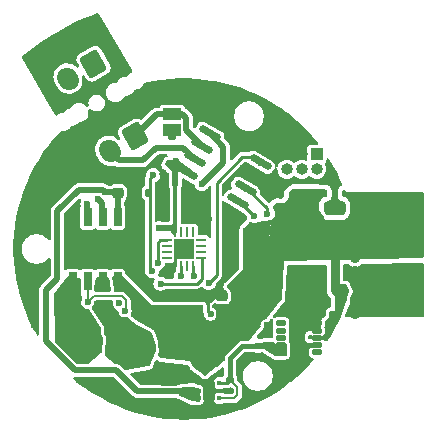
<source format=gbr>
%TF.GenerationSoftware,KiCad,Pcbnew,8.0.4*%
%TF.CreationDate,2024-10-21T16:59:15+03:00*%
%TF.ProjectId,PowerServo AE 36V 3.6A 30D,506f7765-7253-4657-9276-6f2041452033,rev?*%
%TF.SameCoordinates,Original*%
%TF.FileFunction,Copper,L4,Bot*%
%TF.FilePolarity,Positive*%
%FSLAX46Y46*%
G04 Gerber Fmt 4.6, Leading zero omitted, Abs format (unit mm)*
G04 Created by KiCad (PCBNEW 8.0.4) date 2024-10-21 16:59:15*
%MOMM*%
%LPD*%
G01*
G04 APERTURE LIST*
G04 Aperture macros list*
%AMRoundRect*
0 Rectangle with rounded corners*
0 $1 Rounding radius*
0 $2 $3 $4 $5 $6 $7 $8 $9 X,Y pos of 4 corners*
0 Add a 4 corners polygon primitive as box body*
4,1,4,$2,$3,$4,$5,$6,$7,$8,$9,$2,$3,0*
0 Add four circle primitives for the rounded corners*
1,1,$1+$1,$2,$3*
1,1,$1+$1,$4,$5*
1,1,$1+$1,$6,$7*
1,1,$1+$1,$8,$9*
0 Add four rect primitives between the rounded corners*
20,1,$1+$1,$2,$3,$4,$5,0*
20,1,$1+$1,$4,$5,$6,$7,0*
20,1,$1+$1,$6,$7,$8,$9,0*
20,1,$1+$1,$8,$9,$2,$3,0*%
%AMHorizOval*
0 Thick line with rounded ends*
0 $1 width*
0 $2 $3 position (X,Y) of the first rounded end (center of the circle)*
0 $4 $5 position (X,Y) of the second rounded end (center of the circle)*
0 Add line between two ends*
20,1,$1,$2,$3,$4,$5,0*
0 Add two circle primitives to create the rounded ends*
1,1,$1,$2,$3*
1,1,$1,$4,$5*%
G04 Aperture macros list end*
%TA.AperFunction,ComponentPad*%
%ADD10RoundRect,0.250000X-1.125000X-1.125000X1.125000X-1.125000X1.125000X1.125000X-1.125000X1.125000X0*%
%TD*%
%TA.AperFunction,ComponentPad*%
%ADD11R,3.000000X3.000000*%
%TD*%
%TA.AperFunction,ComponentPad*%
%ADD12C,3.000000*%
%TD*%
%TA.AperFunction,ComponentPad*%
%ADD13RoundRect,0.250000X0.144615X0.949519X-0.894615X0.349519X-0.144615X-0.949519X0.894615X-0.349519X0*%
%TD*%
%TA.AperFunction,ComponentPad*%
%ADD14HorizOval,1.700000X-0.075000X0.129904X0.075000X-0.129904X0*%
%TD*%
%TA.AperFunction,ComponentPad*%
%ADD15R,1.000000X1.000000*%
%TD*%
%TA.AperFunction,ComponentPad*%
%ADD16O,1.000000X1.000000*%
%TD*%
%TA.AperFunction,SMDPad,CuDef*%
%ADD17RoundRect,0.140000X-0.140000X-0.170000X0.140000X-0.170000X0.140000X0.170000X-0.140000X0.170000X0*%
%TD*%
%TA.AperFunction,SMDPad,CuDef*%
%ADD18RoundRect,0.250000X0.650000X-0.325000X0.650000X0.325000X-0.650000X0.325000X-0.650000X-0.325000X0*%
%TD*%
%TA.AperFunction,SMDPad,CuDef*%
%ADD19RoundRect,0.250000X-0.650000X0.325000X-0.650000X-0.325000X0.650000X-0.325000X0.650000X0.325000X0*%
%TD*%
%TA.AperFunction,SMDPad,CuDef*%
%ADD20RoundRect,0.140000X0.170000X-0.140000X0.170000X0.140000X-0.170000X0.140000X-0.170000X-0.140000X0*%
%TD*%
%TA.AperFunction,SMDPad,CuDef*%
%ADD21RoundRect,0.225000X-0.250000X0.225000X-0.250000X-0.225000X0.250000X-0.225000X0.250000X0.225000X0*%
%TD*%
%TA.AperFunction,SMDPad,CuDef*%
%ADD22RoundRect,0.093750X-0.093750X-0.106250X0.093750X-0.106250X0.093750X0.106250X-0.093750X0.106250X0*%
%TD*%
%TA.AperFunction,HeatsinkPad*%
%ADD23C,0.500000*%
%TD*%
%TA.AperFunction,HeatsinkPad*%
%ADD24R,1.000000X1.600000*%
%TD*%
%TA.AperFunction,SMDPad,CuDef*%
%ADD25R,0.650000X1.525000*%
%TD*%
%TA.AperFunction,SMDPad,CuDef*%
%ADD26R,3.400000X2.710000*%
%TD*%
%TA.AperFunction,SMDPad,CuDef*%
%ADD27RoundRect,0.140000X0.077224X-0.206244X0.217224X0.036244X-0.077224X0.206244X-0.217224X-0.036244X0*%
%TD*%
%TA.AperFunction,SMDPad,CuDef*%
%ADD28RoundRect,0.140000X-0.170000X0.140000X-0.170000X-0.140000X0.170000X-0.140000X0.170000X0.140000X0*%
%TD*%
%TA.AperFunction,SMDPad,CuDef*%
%ADD29R,1.500000X1.000000*%
%TD*%
%TA.AperFunction,SMDPad,CuDef*%
%ADD30RoundRect,0.150000X0.789471X-0.282596X-0.639471X0.542404X-0.789471X0.282596X0.639471X-0.542404X0*%
%TD*%
%TA.AperFunction,SMDPad,CuDef*%
%ADD31RoundRect,0.062500X0.325000X0.062500X-0.325000X0.062500X-0.325000X-0.062500X0.325000X-0.062500X0*%
%TD*%
%TA.AperFunction,SMDPad,CuDef*%
%ADD32RoundRect,0.062500X0.062500X0.325000X-0.062500X0.325000X-0.062500X-0.325000X0.062500X-0.325000X0*%
%TD*%
%TA.AperFunction,HeatsinkPad*%
%ADD33R,1.750000X1.750000*%
%TD*%
%TA.AperFunction,SMDPad,CuDef*%
%ADD34RoundRect,0.112500X0.287500X0.112500X-0.287500X0.112500X-0.287500X-0.112500X0.287500X-0.112500X0*%
%TD*%
%TA.AperFunction,HeatsinkPad*%
%ADD35R,0.700000X2.900000*%
%TD*%
%TA.AperFunction,ViaPad*%
%ADD36C,0.600000*%
%TD*%
%TA.AperFunction,ViaPad*%
%ADD37C,0.900000*%
%TD*%
%TA.AperFunction,Conductor*%
%ADD38C,0.254000*%
%TD*%
%TA.AperFunction,Conductor*%
%ADD39C,0.508000*%
%TD*%
%TA.AperFunction,Conductor*%
%ADD40C,0.500000*%
%TD*%
%TA.AperFunction,Conductor*%
%ADD41C,0.762000*%
%TD*%
%TA.AperFunction,Conductor*%
%ADD42C,0.400000*%
%TD*%
%TA.AperFunction,Conductor*%
%ADD43C,0.200000*%
%TD*%
%TA.AperFunction,Conductor*%
%ADD44C,0.325000*%
%TD*%
%TA.AperFunction,Conductor*%
%ADD45C,1.250000*%
%TD*%
G04 APERTURE END LIST*
D10*
%TO.P,J2,1,Pin_1*%
%TO.N,Net-(IC1-OUT1)*%
X89250000Y-81150000D03*
%TD*%
D11*
%TO.P,J5,1,Pin_1*%
%TO.N,GND*%
X110999999Y-75750000D03*
D12*
%TO.P,J5,2,Pin_2*%
%TO.N,+12V*%
X110999999Y-70750000D03*
%TD*%
D13*
%TO.P,J6,1,Pin_1*%
%TO.N,CAN_H*%
X85832923Y-57063277D03*
D14*
%TO.P,J6,2,Pin_2*%
%TO.N,CAN_L*%
X83667860Y-58313278D03*
%TD*%
D10*
%TO.P,J7,1,Pin_1*%
%TO.N,Net-(IC1-OUT2)*%
X84950000Y-80450000D03*
%TD*%
D13*
%TO.P,J1,1,Pin_1*%
%TO.N,CAN_H*%
X89354915Y-63188669D03*
D14*
%TO.P,J1,2,Pin_2*%
%TO.N,CAN_L*%
X87189852Y-64438670D03*
%TD*%
D11*
%TO.P,J4,1,Pin_1*%
%TO.N,GND*%
X104000000Y-75750000D03*
D12*
%TO.P,J4,2,Pin_2*%
%TO.N,+12V*%
X104000000Y-70750000D03*
%TD*%
D15*
%TO.P,J3,1,Pin_1*%
%TO.N,+3V3*%
X104750000Y-64729999D03*
D16*
%TO.P,J3,2,Pin_2*%
%TO.N,SWDIO*%
X104750000Y-66000000D03*
%TO.P,J3,3,Pin_3*%
%TO.N,GND*%
X103479999Y-64729999D03*
%TO.P,J3,4,Pin_4*%
%TO.N,SWCLK*%
X103480002Y-65999998D03*
%TO.P,J3,5,Pin_5*%
%TO.N,GND*%
X102209996Y-64729996D03*
%TO.P,J3,6,Pin_6*%
%TO.N,NRST*%
X102210000Y-66000000D03*
%TD*%
D17*
%TO.P,C10,1*%
%TO.N,GND*%
X89520000Y-68000000D03*
%TO.P,C10,2*%
%TO.N,NRST*%
X90480000Y-68000000D03*
%TD*%
D18*
%TO.P,C7,1*%
%TO.N,GND*%
X92250000Y-83724999D03*
%TO.P,C7,2*%
%TO.N,+12V*%
X92250000Y-80775001D03*
%TD*%
D19*
%TO.P,C2,1*%
%TO.N,GND*%
X106250000Y-69300000D03*
%TO.P,C2,2*%
%TO.N,+12V*%
X106250000Y-72250000D03*
%TD*%
D20*
%TO.P,C6,1*%
%TO.N,+3V3*%
X93657501Y-84780002D03*
%TO.P,C6,2*%
%TO.N,GND*%
X93657501Y-83820002D03*
%TD*%
D21*
%TO.P,C11,1*%
%TO.N,GND*%
X87900000Y-66474999D03*
%TO.P,C11,2*%
%TO.N,+3V3*%
X87900000Y-68025001D03*
%TD*%
D22*
%TO.P,U2,1,OUT*%
%TO.N,+3V3*%
X94725000Y-85400001D03*
%TO.P,U2,2,SNS*%
X94725000Y-84750002D03*
%TO.P,U2,3,GND*%
%TO.N,GND*%
X94725000Y-84100001D03*
%TO.P,U2,4,EN*%
%TO.N,+5V*%
X96500000Y-84100001D03*
%TO.P,U2,5,GND*%
%TO.N,GND*%
X96500000Y-84750000D03*
%TO.P,U2,6,IN*%
%TO.N,+5V*%
X96500000Y-85400001D03*
D23*
%TO.P,U2,7,PAD*%
%TO.N,GND*%
X95612500Y-84200002D03*
D24*
X95612500Y-84750001D03*
D23*
X95612500Y-85300000D03*
%TD*%
D25*
%TO.P,IC1,1,GND*%
%TO.N,GND*%
X84064998Y-70050998D03*
%TO.P,IC1,2,IN2*%
%TO.N,DRV_IN2*%
X85334999Y-70050999D03*
%TO.P,IC1,3,IN1*%
%TO.N,DRV_IN1*%
X86604999Y-70050999D03*
%TO.P,IC1,4,VREF*%
%TO.N,+3V3*%
X87874998Y-70050998D03*
%TO.P,IC1,5,VM*%
%TO.N,+12V*%
X87875000Y-75475000D03*
%TO.P,IC1,6,OUT1*%
%TO.N,Net-(IC1-OUT1)*%
X86604999Y-75474999D03*
%TO.P,IC1,7,ISEN*%
%TO.N,ISEN*%
X85334999Y-75474999D03*
%TO.P,IC1,8,OUT2*%
%TO.N,Net-(IC1-OUT2)*%
X84065000Y-75475000D03*
D26*
%TO.P,IC1,9,THERMAL_PAD*%
%TO.N,GND*%
X85969999Y-72762999D03*
%TD*%
D27*
%TO.P,C9,1*%
%TO.N,GND*%
X91760000Y-66415692D03*
%TO.P,C9,2*%
%TO.N,+3V3*%
X92240000Y-65584308D03*
%TD*%
D28*
%TO.P,C1,1*%
%TO.N,GND*%
X100525000Y-79970000D03*
%TO.P,C1,2*%
%TO.N,+5V*%
X100525000Y-80930000D03*
%TD*%
D29*
%TO.P,JP1,1,A*%
%TO.N,Net-(JP1-A)*%
X92500000Y-62650000D03*
%TO.P,JP1,2,B*%
%TO.N,CAN_H*%
X92500000Y-61350000D03*
%TD*%
D30*
%TO.P,U5,1,TXD*%
%TO.N,RP_RX*%
X99975003Y-65420443D03*
%TO.P,U5,2,GND*%
%TO.N,GND*%
X99340003Y-66520295D03*
%TO.P,U5,3,VCC*%
%TO.N,+5V*%
X98705003Y-67620147D03*
%TO.P,U5,4,RXD*%
%TO.N,RP_TX*%
X98070000Y-68720000D03*
%TO.P,U5,5,VIO*%
%TO.N,+3V3*%
X93783177Y-66244999D03*
%TO.P,U5,6,CANL*%
%TO.N,CAN_L*%
X94418177Y-65145147D03*
%TO.P,U5,7,CANH*%
%TO.N,CAN_H*%
X95053177Y-64045295D03*
%TO.P,U5,8,S*%
%TO.N,CAN_SILENT*%
X95688180Y-62945442D03*
%TD*%
D31*
%TO.P,U4,1,SSD*%
%TO.N,unconnected-(U4-SSD-Pad1)*%
X94962500Y-72000000D03*
%TO.P,U4,2,A*%
%TO.N,unconnected-(U4-A-Pad2)*%
X94962500Y-72500000D03*
%TO.P,U4,3,Z*%
%TO.N,unconnected-(U4-Z-Pad3)*%
X94962500Y-73000000D03*
%TO.P,U4,4,MOSI*%
%TO.N,MOSI*%
X94962500Y-73500000D03*
D32*
%TO.P,U4,5,~{CS}*%
%TO.N,MAG_CS*%
X94250000Y-74212500D03*
%TO.P,U4,6,B*%
%TO.N,unconnected-(U4-B-Pad6)*%
X93750000Y-74212500D03*
%TO.P,U4,7,MISO*%
%TO.N,MISO*%
X93250000Y-74212500D03*
%TO.P,U4,8,GND*%
%TO.N,GND*%
X92750000Y-74212500D03*
D31*
%TO.P,U4,9,PWM*%
%TO.N,unconnected-(U4-PWM-Pad9)*%
X92037500Y-73500000D03*
%TO.P,U4,10,TEST*%
%TO.N,unconnected-(U4-TEST-Pad10)*%
X92037500Y-73000000D03*
%TO.P,U4,11,MGL*%
%TO.N,unconnected-(U4-MGL-Pad11)*%
X92037500Y-72500000D03*
%TO.P,U4,12,SCLK*%
%TO.N,SCK*%
X92037500Y-72000000D03*
D32*
%TO.P,U4,13,VDD*%
%TO.N,+3V3*%
X92750000Y-71287500D03*
%TO.P,U4,14,NC*%
%TO.N,unconnected-(U4-NC-Pad14)*%
X93250000Y-71287500D03*
%TO.P,U4,15,SSCK*%
%TO.N,unconnected-(U4-SSCK-Pad15)*%
X93750000Y-71287500D03*
%TO.P,U4,16,MGH*%
%TO.N,unconnected-(U4-MGH-Pad16)*%
X94250000Y-71287500D03*
D33*
%TO.P,U4,17,PAD*%
%TO.N,GND*%
X93500000Y-72750000D03*
%TD*%
D21*
%TO.P,C8,1*%
%TO.N,GND*%
X96750000Y-76724999D03*
%TO.P,C8,2*%
%TO.N,+12V*%
X96750000Y-78275001D03*
%TD*%
D28*
%TO.P,R2,1*%
%TO.N,Net-(JP1-A)*%
X92500000Y-63270000D03*
%TO.P,R2,2*%
%TO.N,CAN_L*%
X92500000Y-64230000D03*
%TD*%
D34*
%TO.P,U1,1,GND*%
%TO.N,GND*%
X104775000Y-79050000D03*
%TO.P,U1,2,MODE/SYNC*%
X104775001Y-79650000D03*
%TO.P,U1,3,VIN*%
%TO.N,+12V*%
X104775000Y-80250000D03*
%TO.P,U1,4,EN*%
%TO.N,GND*%
X104775000Y-80850002D03*
%TO.P,U1,5,PG*%
%TO.N,unconnected-(U1-PG-Pad5)*%
X104775000Y-81450000D03*
%TO.P,U1,6,VOUT*%
%TO.N,+5V*%
X101725000Y-81450000D03*
%TO.P,U1,7,FB*%
X101724999Y-80850000D03*
%TO.P,U1,8*%
%TO.N,unconnected-(U1-Pad8)*%
X101725000Y-80250000D03*
%TO.P,U1,9*%
%TO.N,unconnected-(U1-Pad9)*%
X101725000Y-79649998D03*
%TO.P,U1,10*%
%TO.N,unconnected-(U1-Pad10)*%
X101725000Y-79050000D03*
D23*
%TO.P,U1,11,GND*%
%TO.N,GND*%
X103425003Y-80250000D03*
D35*
X103425003Y-80250000D03*
D23*
X103425001Y-81280000D03*
X103425001Y-79219999D03*
%TD*%
D28*
%TO.P,C5,1*%
%TO.N,+5V*%
X97407499Y-83820003D03*
%TO.P,C5,2*%
%TO.N,GND*%
X97407499Y-84780003D03*
%TD*%
D36*
%TO.N,GND*%
X80350000Y-68450000D03*
X84350000Y-66050000D03*
X82750000Y-66850000D03*
X83550000Y-54850000D03*
X82750000Y-56450000D03*
X101950000Y-62050000D03*
X86750000Y-72750000D03*
X94750000Y-60450000D03*
X102750000Y-62850000D03*
X81950000Y-65250000D03*
X81000000Y-75000000D03*
X102750000Y-82850000D03*
X93500000Y-72750000D03*
X81950000Y-57250000D03*
X93750000Y-83000000D03*
X85250000Y-73250000D03*
X81500000Y-71000000D03*
X80500000Y-74500000D03*
X95600000Y-70200000D03*
X83550000Y-66050000D03*
X84350000Y-55650000D03*
X93950000Y-59650000D03*
X85150000Y-54050000D03*
X92350000Y-86050000D03*
X84350000Y-63650000D03*
X93150000Y-59650000D03*
X81150000Y-56450000D03*
X85950000Y-66050000D03*
X84750000Y-71750000D03*
X85800000Y-84600000D03*
X81150000Y-57250000D03*
X82750000Y-66050000D03*
X88875000Y-68625000D03*
X91000000Y-84000000D03*
X106400000Y-67000000D03*
X80000000Y-75000000D03*
D37*
X108000000Y-77000000D03*
D36*
X92500000Y-82750000D03*
X91550000Y-86050000D03*
X81950000Y-58850000D03*
X93000000Y-72250000D03*
X91550000Y-59650000D03*
X98513712Y-65873000D03*
X84350000Y-64450000D03*
X94750000Y-59650000D03*
X93000000Y-73250000D03*
X86750000Y-54850000D03*
X93600000Y-70200000D03*
X83550000Y-55650000D03*
X101950000Y-83650000D03*
X87550000Y-56450000D03*
X92350000Y-59650000D03*
X98750000Y-85250000D03*
X89950000Y-86050000D03*
X113150000Y-75650000D03*
X88025000Y-77350000D03*
X93950000Y-60450000D03*
X81950000Y-67650000D03*
X80800000Y-79200000D03*
D37*
X108000000Y-75750000D03*
D36*
X105250000Y-78250000D03*
X86750000Y-73750000D03*
X93150000Y-86050000D03*
X101150000Y-62850000D03*
X84350000Y-66850000D03*
X89150000Y-60450000D03*
X84350000Y-54850000D03*
X84750000Y-72750000D03*
X85750000Y-73750000D03*
X81500000Y-74500000D03*
X84600000Y-83800000D03*
X83550000Y-64450000D03*
X95550000Y-59650000D03*
X81950000Y-56450000D03*
X82750000Y-55650000D03*
X81950000Y-58050000D03*
X103550000Y-78050000D03*
X95750000Y-78250000D03*
X95550000Y-60450000D03*
X95550000Y-61250000D03*
X97150000Y-61250000D03*
X102750000Y-78050000D03*
X80000000Y-71000000D03*
X101150000Y-61250000D03*
X81150000Y-68450000D03*
X85750000Y-72750000D03*
X85150000Y-64450000D03*
X85150000Y-66850000D03*
X97150000Y-62050000D03*
X85150000Y-66050000D03*
X87550000Y-85250000D03*
X94750000Y-61250000D03*
X97150000Y-60450000D03*
X97916644Y-64566644D03*
X89950000Y-60450000D03*
X113150000Y-77250000D03*
X85950000Y-54850000D03*
X101950000Y-78050000D03*
X90750000Y-60450000D03*
X96350000Y-60450000D03*
X90750000Y-59650000D03*
X86250000Y-72250000D03*
X113150000Y-74850000D03*
X85250000Y-72250000D03*
X101950000Y-62850000D03*
X82750000Y-67650000D03*
X96350000Y-61250000D03*
X80500000Y-75500000D03*
X91600000Y-70000000D03*
X86750000Y-66050000D03*
X96350000Y-59650000D03*
X82750000Y-65250000D03*
X101150000Y-62050000D03*
X81950000Y-68450000D03*
X81950000Y-66850000D03*
X101950000Y-82850000D03*
X86250000Y-73250000D03*
X113150000Y-76450000D03*
X81950000Y-55650000D03*
X97950000Y-59650000D03*
X85150000Y-62850000D03*
X97210000Y-69170000D03*
X94000000Y-72250000D03*
X80350000Y-69250000D03*
X84350000Y-65250000D03*
X81150000Y-66850000D03*
X94600000Y-70200000D03*
X83550000Y-65250000D03*
X83550000Y-63650000D03*
X90750000Y-86050000D03*
X97150000Y-59650000D03*
X87250000Y-72250000D03*
X101681644Y-68181644D03*
X81150000Y-67650000D03*
X85950000Y-54050000D03*
D37*
X108000000Y-74600003D03*
D36*
X82750000Y-60450000D03*
X83550000Y-66850000D03*
X81150000Y-69250000D03*
X87250000Y-73250000D03*
X82750000Y-64450000D03*
D37*
X108000000Y-78250000D03*
D36*
X94000000Y-73250000D03*
X100525000Y-79200000D03*
X83550000Y-56450000D03*
X81950000Y-66050000D03*
X89750000Y-66500000D03*
X85150000Y-65250000D03*
X85150000Y-54850000D03*
X91250000Y-65500000D03*
X85150000Y-63650000D03*
X84750000Y-73750000D03*
%TO.N,+3V3*%
X86841562Y-67961430D03*
X91400000Y-71000000D03*
X92805971Y-65336318D03*
D37*
%TO.N,+12V*%
X108000000Y-72250000D03*
X108000000Y-73500000D03*
X108000000Y-68500000D03*
X108000000Y-71000000D03*
X108000000Y-69750000D03*
D36*
%TO.N,RP_RX*%
X95580000Y-75650000D03*
%TO.N,RP_TX*%
X99439193Y-69969597D03*
%TO.N,ISEN*%
X88500000Y-78000000D03*
X85350000Y-77254000D03*
%TO.N,Net-(IC1-OUT2)*%
X83000000Y-78200000D03*
X85000000Y-78200000D03*
X84000000Y-78200000D03*
X83000000Y-77200000D03*
%TO.N,Net-(IC1-OUT1)*%
X86450000Y-78300000D03*
X88600000Y-78800000D03*
X87800000Y-78600000D03*
X87000000Y-78800000D03*
X87225000Y-78300000D03*
X87000000Y-79800000D03*
%TO.N,MOSI*%
X91518759Y-75675000D03*
%TO.N,+5V*%
X99775000Y-80950000D03*
X100500000Y-69750000D03*
%TO.N,CAN_SILENT*%
X95000000Y-67250000D03*
%TO.N,NRST*%
X90904168Y-66494139D03*
X90800000Y-74600000D03*
%TO.N,DRV_IN2*%
X85325000Y-68925000D03*
%TO.N,MISO*%
X93250000Y-75000000D03*
%TO.N,MAG_CS*%
X94368144Y-74995144D03*
%TO.N,SCK*%
X91278070Y-73921235D03*
%TO.N,DRV_IN1*%
X86250000Y-68500000D03*
%TD*%
D38*
%TO.N,GND*%
X95500000Y-78000000D02*
X95500000Y-76999998D01*
D39*
X106250000Y-69300000D02*
X106250000Y-67150000D01*
D40*
X103425001Y-81280000D02*
X103854999Y-80850002D01*
D38*
X105250000Y-77100000D02*
X105250000Y-76750000D01*
D41*
X96750000Y-76474999D02*
X96024999Y-76474999D01*
D38*
X92752000Y-73498000D02*
X93000000Y-73250000D01*
X92752000Y-74210500D02*
X92752000Y-73498000D01*
X105250001Y-77100001D02*
X105250000Y-77100000D01*
D42*
X103854999Y-80850002D02*
X104775000Y-80850002D01*
D43*
X103595000Y-79050000D02*
X103425001Y-79219999D01*
D39*
X106250000Y-67150000D02*
X106400000Y-67000000D01*
D38*
X95750000Y-78250000D02*
X95500000Y-78000000D01*
D39*
X98513712Y-65873000D02*
X99250913Y-66610201D01*
D43*
X104775000Y-79050000D02*
X104775000Y-78725000D01*
D38*
X92750000Y-74212500D02*
X92752000Y-74210500D01*
X105250000Y-76750000D02*
X105000000Y-76500000D01*
D39*
X100525000Y-79970000D02*
X100525000Y-79200000D01*
D41*
X96024999Y-76474999D02*
X95500000Y-76999998D01*
D43*
X104775000Y-78725000D02*
X105250000Y-78250000D01*
D39*
X99250913Y-66610201D02*
X99250913Y-66617574D01*
%TO.N,+3V3*%
X92671000Y-70879000D02*
X92671000Y-70800000D01*
D40*
X92240000Y-65584308D02*
X92750000Y-66094308D01*
D39*
X89530002Y-84780002D02*
X93657501Y-84780002D01*
X81800000Y-76200000D02*
X81800000Y-80552534D01*
D38*
X92805971Y-65336318D02*
X92487990Y-65336318D01*
D39*
X92550000Y-71000000D02*
X92550000Y-71087500D01*
D40*
X92750000Y-66094308D02*
X92750000Y-67353791D01*
D39*
X84566000Y-67746000D02*
X82750000Y-69562000D01*
X87836429Y-67961430D02*
X87900000Y-68025001D01*
X86841562Y-67961430D02*
X86626132Y-67746000D01*
X91400000Y-71000000D02*
X92550000Y-71000000D01*
X82750000Y-69562000D02*
X82750000Y-75250000D01*
X86841562Y-67961430D02*
X87836429Y-67961430D01*
X92550000Y-71000000D02*
X92671000Y-70879000D01*
D44*
X92750000Y-67353791D02*
X92750000Y-71287500D01*
D39*
X84247466Y-83000000D02*
X87750000Y-83000000D01*
X87900000Y-68025001D02*
X87900000Y-70025996D01*
X92550000Y-71087500D02*
X92671000Y-71208500D01*
X92671000Y-71208500D02*
X92671000Y-71287500D01*
X87899996Y-70480005D02*
X87854999Y-70525002D01*
X86626132Y-67746000D02*
X84566000Y-67746000D01*
D38*
X92487990Y-65336318D02*
X92240000Y-65584308D01*
D39*
X82750000Y-75250000D02*
X81800000Y-76200000D01*
X87750000Y-83000000D02*
X89530002Y-84780002D01*
X81800000Y-80552534D02*
X84247466Y-83000000D01*
X87900000Y-70025996D02*
X87874998Y-70050998D01*
D41*
%TO.N,+12V*%
X106250000Y-72500000D02*
X106250000Y-76250000D01*
X103848427Y-71562486D02*
X105312486Y-71562486D01*
X106250000Y-76250000D02*
X106500000Y-76500000D01*
X105312486Y-71562486D02*
X106250000Y-72500000D01*
D38*
%TO.N,RP_RX*%
X95580000Y-75650000D02*
X95580000Y-75635657D01*
X96250000Y-74965657D02*
X96250000Y-67120000D01*
X96250000Y-67120000D02*
X98440000Y-64930000D01*
X95580000Y-75635657D02*
X96250000Y-74965657D01*
X98440000Y-64930000D02*
X99298191Y-64930000D01*
X99298191Y-64930000D02*
X99885913Y-65517722D01*
%TO.N,RP_TX*%
X99439193Y-69969597D02*
X98286875Y-68817279D01*
X98286875Y-68817279D02*
X97980910Y-68817279D01*
D43*
%TO.N,ISEN*%
X88500000Y-78000000D02*
X88625000Y-77875000D01*
X85334999Y-75474999D02*
X85334999Y-77238999D01*
X85854000Y-76750000D02*
X85350000Y-77254000D01*
X88273529Y-76750000D02*
X85854000Y-76750000D01*
X88625000Y-77875000D02*
X88625000Y-77101471D01*
X88625000Y-77101471D02*
X88273529Y-76750000D01*
X85334999Y-77238999D02*
X85350000Y-77254000D01*
D45*
%TO.N,Net-(IC1-OUT1)*%
X89200000Y-80500000D02*
X89200000Y-81150000D01*
D38*
%TO.N,MOSI*%
X94575000Y-75675000D02*
X95000000Y-75250000D01*
X91518759Y-75675000D02*
X94575000Y-75675000D01*
X95000000Y-75250000D02*
X95000000Y-73537500D01*
X95000000Y-73537500D02*
X94962500Y-73500000D01*
%TO.N,+5V*%
X100500000Y-69750000D02*
X100500000Y-69290000D01*
X97127502Y-84100000D02*
X96499999Y-84100001D01*
D43*
X98017499Y-84430003D02*
X97407499Y-83820003D01*
D42*
X98433190Y-80950000D02*
X97407499Y-81975691D01*
D38*
X97407499Y-83820002D02*
X97127502Y-84100000D01*
D42*
X98433190Y-80950000D02*
X99775000Y-80950000D01*
D43*
X96500000Y-85400001D02*
X97723635Y-85400001D01*
D42*
X97407499Y-81975691D02*
X97407499Y-83820003D01*
D40*
X100525000Y-80930000D02*
X100005000Y-80930000D01*
D43*
X97723635Y-85400001D02*
X98017499Y-85106137D01*
D38*
X100500000Y-69290000D02*
X98927426Y-67717426D01*
X98927426Y-67717426D02*
X98615913Y-67717426D01*
X100525000Y-80930000D02*
X101644999Y-80930000D01*
D43*
X98017499Y-85106137D02*
X98017499Y-84430003D01*
D39*
%TO.N,CAN_H*%
X95053177Y-64045295D02*
X93704000Y-62696118D01*
X93704000Y-62696118D02*
X93704000Y-61696000D01*
X93704000Y-61696000D02*
X93358000Y-61350000D01*
X93358000Y-61350000D02*
X91193584Y-61350000D01*
X91193584Y-61350000D02*
X89354915Y-63188669D01*
%TO.N,CAN_L*%
X90000000Y-65250000D02*
X88001182Y-65250000D01*
X91087500Y-64162500D02*
X90000000Y-65250000D01*
X93435530Y-64162500D02*
X91087500Y-64162500D01*
X88001182Y-65250000D02*
X87189852Y-64438670D01*
X94418177Y-65145147D02*
X93435530Y-64162500D01*
X87005117Y-64469583D02*
X87005117Y-64487348D01*
%TO.N,CAN_SILENT*%
X95688180Y-62945442D02*
X96819188Y-64076450D01*
X96819188Y-65430812D02*
X95000000Y-67250000D01*
X96819188Y-64076450D02*
X96819188Y-65430812D01*
D38*
%TO.N,NRST*%
X90600000Y-66798307D02*
X90904168Y-66494139D01*
X90600000Y-74400000D02*
X90600000Y-66798307D01*
X90800000Y-74600000D02*
X90600000Y-74400000D01*
D39*
%TO.N,DRV_IN2*%
X85314998Y-68935002D02*
X85314998Y-70524999D01*
X85325000Y-68925000D02*
X85314998Y-68935002D01*
D38*
%TO.N,MISO*%
X93250000Y-75000000D02*
X93250000Y-74212500D01*
%TO.N,MAG_CS*%
X94250000Y-74877000D02*
X94250000Y-74212500D01*
X94368144Y-74995144D02*
X94250000Y-74877000D01*
%TO.N,SCK*%
X91278070Y-73921235D02*
X91278070Y-72221930D01*
X91500000Y-72000000D02*
X92037500Y-72000000D01*
X91278070Y-72221930D02*
X91500000Y-72000000D01*
D39*
%TO.N,DRV_IN1*%
X86584999Y-70525001D02*
X86584999Y-68834999D01*
X86584999Y-68834999D02*
X86250000Y-68500000D01*
%TD*%
%TA.AperFunction,Conductor*%
%TO.N,GND*%
G36*
X105509560Y-74081681D02*
G01*
X105556303Y-74133613D01*
X105568500Y-74187243D01*
X105568500Y-76317123D01*
X105569589Y-76322598D01*
X105580720Y-76378553D01*
X105594690Y-76448786D01*
X105646063Y-76572811D01*
X105720644Y-76684431D01*
X105908182Y-76871968D01*
X105941666Y-76933289D01*
X105944500Y-76959648D01*
X105944500Y-77582400D01*
X105924815Y-77649439D01*
X105872011Y-77695194D01*
X105837787Y-77705189D01*
X105829402Y-77706369D01*
X105763613Y-77725263D01*
X105708137Y-77747258D01*
X105619449Y-77816103D01*
X105573080Y-77868348D01*
X105573066Y-77868365D01*
X105537092Y-77918215D01*
X105499704Y-78024082D01*
X105488939Y-78093111D01*
X105488939Y-78093115D01*
X105487905Y-78180060D01*
X105494982Y-78233814D01*
X105494982Y-78266185D01*
X105490823Y-78297773D01*
X105482446Y-78329037D01*
X105470254Y-78358472D01*
X105454068Y-78386508D01*
X105434673Y-78411784D01*
X105411785Y-78434672D01*
X105383116Y-78456671D01*
X105360207Y-78470597D01*
X105354956Y-78473055D01*
X105335200Y-78483412D01*
X105333511Y-78484305D01*
X105333507Y-78484307D01*
X105333505Y-78484309D01*
X105309911Y-78503151D01*
X105245776Y-78554368D01*
X105200121Y-78607258D01*
X105164831Y-78657611D01*
X105128908Y-78763972D01*
X105128907Y-78763975D01*
X105119095Y-78833147D01*
X105119095Y-78833151D01*
X105119259Y-78920111D01*
X105119584Y-78924533D01*
X105119300Y-78924553D01*
X105119999Y-78934173D01*
X105119999Y-79156338D01*
X105111604Y-79201188D01*
X105108393Y-79209464D01*
X105096633Y-79249512D01*
X105090376Y-79274749D01*
X105088614Y-79387006D01*
X105100372Y-79455870D01*
X105100373Y-79455872D01*
X105100374Y-79455876D01*
X105114017Y-79498191D01*
X105120000Y-79536240D01*
X105120000Y-79600500D01*
X105100315Y-79667539D01*
X105047511Y-79713294D01*
X104996000Y-79724500D01*
X104454997Y-79724500D01*
X104391773Y-79734514D01*
X104322480Y-79725558D01*
X104320868Y-79724835D01*
X104294071Y-79712597D01*
X104294059Y-79712593D01*
X104235842Y-79692809D01*
X104123670Y-79688096D01*
X104123668Y-79688096D01*
X104123665Y-79688096D01*
X104054511Y-79698040D01*
X103994846Y-79712869D01*
X103994842Y-79712871D01*
X103897939Y-79769544D01*
X103897931Y-79769549D01*
X103845126Y-79815305D01*
X103845115Y-79815315D01*
X103802954Y-79860031D01*
X103802948Y-79860040D01*
X103752063Y-79960114D01*
X103732380Y-80027145D01*
X103732379Y-80027152D01*
X103720003Y-80113224D01*
X103720003Y-80275502D01*
X103720004Y-80275511D01*
X103726984Y-80340437D01*
X103726986Y-80340449D01*
X103738191Y-80391955D01*
X103749147Y-80430156D01*
X103749149Y-80430160D01*
X103805826Y-80527070D01*
X103805828Y-80527073D01*
X103851584Y-80579878D01*
X103851594Y-80579889D01*
X103896310Y-80622050D01*
X103896312Y-80622051D01*
X103896316Y-80622055D01*
X103996392Y-80672941D01*
X104063431Y-80692626D01*
X104149503Y-80705002D01*
X104220218Y-80705002D01*
X104276512Y-80718517D01*
X104317722Y-80739514D01*
X104368518Y-80787487D01*
X104385314Y-80855308D01*
X104362777Y-80921443D01*
X104317725Y-80960483D01*
X104241718Y-80999211D01*
X104241713Y-80999215D01*
X104149215Y-81091713D01*
X104149210Y-81091720D01*
X104089816Y-81208288D01*
X104074500Y-81304996D01*
X104074500Y-81595007D01*
X104089817Y-81691713D01*
X104089817Y-81691714D01*
X104089818Y-81691715D01*
X104149211Y-81808281D01*
X104149213Y-81808283D01*
X104149215Y-81808286D01*
X104241713Y-81900784D01*
X104241716Y-81900786D01*
X104241719Y-81900789D01*
X104358285Y-81960182D01*
X104378836Y-81963437D01*
X104441970Y-81993364D01*
X104478903Y-82052674D01*
X104477907Y-82122537D01*
X104452977Y-82167316D01*
X104152598Y-82512457D01*
X104148261Y-82517187D01*
X103633325Y-83050442D01*
X103628750Y-83054941D01*
X103086907Y-83560856D01*
X103082105Y-83565112D01*
X102514821Y-84042316D01*
X102509805Y-84046318D01*
X101918611Y-84493525D01*
X101913395Y-84497263D01*
X101299831Y-84913306D01*
X101294429Y-84916768D01*
X100660192Y-85300499D01*
X100654618Y-85303678D01*
X100001343Y-85654105D01*
X99995612Y-85656990D01*
X99325125Y-85973135D01*
X99319252Y-85975721D01*
X98633282Y-86256768D01*
X98627284Y-86259046D01*
X97927701Y-86504230D01*
X97921592Y-86506195D01*
X97210260Y-86714862D01*
X97204058Y-86716508D01*
X96482905Y-86888093D01*
X96476626Y-86889417D01*
X95747520Y-87023474D01*
X95741182Y-87024470D01*
X95006162Y-87120625D01*
X94999780Y-87121293D01*
X94260731Y-87179300D01*
X94254323Y-87179636D01*
X93513300Y-87199332D01*
X93506883Y-87199337D01*
X92765794Y-87180674D01*
X92759386Y-87180346D01*
X92020296Y-87123373D01*
X92013913Y-87122715D01*
X91278726Y-87027582D01*
X91272386Y-87026594D01*
X90543113Y-86893557D01*
X90536832Y-86892242D01*
X89815440Y-86721664D01*
X89809236Y-86720027D01*
X89097594Y-86512348D01*
X89091483Y-86510391D01*
X88391570Y-86266189D01*
X88385575Y-86263921D01*
X88206082Y-86190674D01*
X87699218Y-85983832D01*
X87693342Y-85981255D01*
X87022389Y-85666035D01*
X87016654Y-85663157D01*
X86999722Y-85654105D01*
X86362926Y-85313661D01*
X86357350Y-85310493D01*
X85722543Y-84927627D01*
X85717143Y-84924175D01*
X85103000Y-84508987D01*
X85097779Y-84505257D01*
X84726628Y-84225315D01*
X84505945Y-84058863D01*
X84500972Y-84054907D01*
X84165496Y-83773501D01*
X84126787Y-83715338D01*
X84125667Y-83645477D01*
X84162495Y-83586101D01*
X84225577Y-83556062D01*
X84245189Y-83554501D01*
X84328064Y-83554501D01*
X84328080Y-83554500D01*
X87468957Y-83554500D01*
X87535996Y-83574185D01*
X87556638Y-83590819D01*
X89081950Y-85116131D01*
X89081960Y-85116142D01*
X89086290Y-85120472D01*
X89086291Y-85120473D01*
X89189531Y-85223713D01*
X89315973Y-85296714D01*
X89457000Y-85334502D01*
X89457001Y-85334502D01*
X92829054Y-85334502D01*
X92896093Y-85354187D01*
X92924156Y-85378930D01*
X92935142Y-85392060D01*
X92989060Y-85436496D01*
X93063347Y-85481684D01*
X93063350Y-85481685D01*
X93063353Y-85481687D01*
X93232441Y-85553914D01*
X94094433Y-85922121D01*
X94143588Y-85938349D01*
X94175100Y-85945862D01*
X94184317Y-85948060D01*
X94190716Y-85949022D01*
X94235509Y-85955757D01*
X94710359Y-85986381D01*
X94785317Y-85981968D01*
X94844808Y-85971019D01*
X94892658Y-85958125D01*
X94989571Y-85901446D01*
X95042375Y-85855691D01*
X95042382Y-85855683D01*
X95042387Y-85855679D01*
X95084551Y-85810960D01*
X95084550Y-85810960D01*
X95084553Y-85810958D01*
X95089030Y-85802153D01*
X95111883Y-85770670D01*
X95141680Y-85740874D01*
X95198378Y-85629599D01*
X95198378Y-85629597D01*
X95198379Y-85629596D01*
X95213000Y-85537282D01*
X95213000Y-85262719D01*
X95198379Y-85170407D01*
X95198378Y-85170405D01*
X95198378Y-85170403D01*
X95192498Y-85158862D01*
X95181015Y-85136325D01*
X95167500Y-85080031D01*
X95167500Y-85069970D01*
X95181016Y-85013674D01*
X95198378Y-84979600D01*
X95198378Y-84979598D01*
X95198379Y-84979597D01*
X95213000Y-84887283D01*
X95213000Y-84612720D01*
X95198379Y-84520406D01*
X95198377Y-84520401D01*
X95141682Y-84409132D01*
X95141675Y-84409123D01*
X95053378Y-84320826D01*
X95053369Y-84320819D01*
X94942100Y-84264124D01*
X94942095Y-84264122D01*
X94849781Y-84249502D01*
X94849776Y-84249502D01*
X94778180Y-84249502D01*
X94760535Y-84248240D01*
X94738000Y-84245000D01*
X94737998Y-84245000D01*
X94663271Y-84245000D01*
X94596232Y-84225315D01*
X94581798Y-84214478D01*
X94572654Y-84206508D01*
X94572648Y-84206504D01*
X94545636Y-84186039D01*
X94532461Y-84176599D01*
X94532456Y-84176596D01*
X94429516Y-84131801D01*
X94429517Y-84131801D01*
X94361422Y-84116169D01*
X94332534Y-84113770D01*
X94274765Y-84108974D01*
X94274761Y-84108974D01*
X94274759Y-84108974D01*
X94274754Y-84108973D01*
X93338378Y-84165178D01*
X93322136Y-84166589D01*
X93309008Y-84168082D01*
X93309004Y-84168083D01*
X93210066Y-84196828D01*
X93210065Y-84196828D01*
X93176694Y-84213039D01*
X93122514Y-84225502D01*
X89811045Y-84225502D01*
X89744006Y-84205817D01*
X89723364Y-84189183D01*
X88983803Y-83449622D01*
X88950318Y-83388299D01*
X88955302Y-83318607D01*
X88997174Y-83262674D01*
X89048801Y-83240033D01*
X90543016Y-82962041D01*
X90598873Y-82946029D01*
X90642576Y-82928855D01*
X90672166Y-82915367D01*
X90760464Y-82846025D01*
X90806549Y-82793509D01*
X90854017Y-82720654D01*
X91080161Y-82233572D01*
X91126245Y-82181058D01*
X91193406Y-82161794D01*
X91260321Y-82181899D01*
X91280788Y-82198592D01*
X91284245Y-82202087D01*
X91378758Y-82262677D01*
X91378760Y-82262677D01*
X91378762Y-82262679D01*
X91426787Y-82282155D01*
X91443507Y-82288936D01*
X91443505Y-82288936D01*
X91527918Y-82309815D01*
X91527920Y-82309815D01*
X91527923Y-82309816D01*
X93734050Y-82530428D01*
X93798798Y-82556686D01*
X93832620Y-82598359D01*
X93963658Y-82860437D01*
X93963663Y-82860446D01*
X94002356Y-82919561D01*
X94038869Y-82963312D01*
X94073616Y-82996298D01*
X94090117Y-83011963D01*
X94992300Y-83688600D01*
X95004690Y-83697211D01*
X95010433Y-83701202D01*
X95025496Y-83710883D01*
X95025500Y-83710885D01*
X95126003Y-83752463D01*
X95156776Y-83759128D01*
X95194280Y-83767251D01*
X95194281Y-83767251D01*
X95194290Y-83767253D01*
X95255385Y-83774155D01*
X95365978Y-83754818D01*
X95365984Y-83754815D01*
X95365987Y-83754815D01*
X95431417Y-83730343D01*
X95431416Y-83730343D01*
X95431420Y-83730342D01*
X95507700Y-83688600D01*
X96430761Y-82996303D01*
X96436971Y-82991520D01*
X96441954Y-82987579D01*
X96448020Y-82982654D01*
X96703616Y-82769656D01*
X96767719Y-82741861D01*
X96836673Y-82753135D01*
X96888586Y-82799898D01*
X96906999Y-82864916D01*
X96906999Y-83345203D01*
X96887314Y-83412242D01*
X96882770Y-83418836D01*
X96843647Y-83471846D01*
X96824021Y-83527931D01*
X96783298Y-83584706D01*
X96718344Y-83610452D01*
X96687583Y-83609448D01*
X96624776Y-83599501D01*
X96375224Y-83599501D01*
X96375219Y-83599501D01*
X96282904Y-83614121D01*
X96282899Y-83614123D01*
X96171630Y-83670818D01*
X96171621Y-83670825D01*
X96083324Y-83759122D01*
X96083317Y-83759131D01*
X96026622Y-83870400D01*
X96026620Y-83870405D01*
X96012000Y-83962719D01*
X96012000Y-84237282D01*
X96026620Y-84329596D01*
X96026622Y-84329601D01*
X96083317Y-84440870D01*
X96083324Y-84440879D01*
X96171621Y-84529176D01*
X96171630Y-84529183D01*
X96282899Y-84585878D01*
X96282904Y-84585880D01*
X96375219Y-84600501D01*
X96375224Y-84600501D01*
X96624781Y-84600501D01*
X96717095Y-84585880D01*
X96717096Y-84585879D01*
X96717098Y-84585879D01*
X96805148Y-84541014D01*
X96861442Y-84527500D01*
X97183782Y-84527500D01*
X97183784Y-84527500D01*
X97292512Y-84498367D01*
X97300899Y-84493525D01*
X97301677Y-84493075D01*
X97353996Y-84462868D01*
X97421894Y-84446395D01*
X97487921Y-84469246D01*
X97503677Y-84482574D01*
X97580680Y-84559577D01*
X97614165Y-84620900D01*
X97616999Y-84647258D01*
X97616999Y-84875501D01*
X97597314Y-84942540D01*
X97544510Y-84988295D01*
X97492999Y-84999501D01*
X96908138Y-84999501D01*
X96841099Y-84979816D01*
X96835256Y-84975821D01*
X96828373Y-84970820D01*
X96717100Y-84914123D01*
X96717095Y-84914121D01*
X96624781Y-84899501D01*
X96624776Y-84899501D01*
X96375224Y-84899501D01*
X96375219Y-84899501D01*
X96282904Y-84914121D01*
X96282899Y-84914123D01*
X96171630Y-84970818D01*
X96171621Y-84970825D01*
X96083324Y-85059122D01*
X96083317Y-85059131D01*
X96026622Y-85170400D01*
X96026620Y-85170405D01*
X96012000Y-85262719D01*
X96012000Y-85537282D01*
X96026620Y-85629596D01*
X96026622Y-85629601D01*
X96083317Y-85740870D01*
X96083324Y-85740879D01*
X96171621Y-85829176D01*
X96171630Y-85829183D01*
X96282899Y-85885878D01*
X96282904Y-85885880D01*
X96375219Y-85900501D01*
X96375224Y-85900501D01*
X96624781Y-85900501D01*
X96717095Y-85885880D01*
X96717097Y-85885879D01*
X96717098Y-85885879D01*
X96828373Y-85829181D01*
X96835256Y-85824181D01*
X96901063Y-85800703D01*
X96908138Y-85800501D01*
X97776360Y-85800501D01*
X97776362Y-85800501D01*
X97878223Y-85773208D01*
X97969548Y-85720481D01*
X98337979Y-85352050D01*
X98369927Y-85296714D01*
X98369929Y-85296712D01*
X98390703Y-85260729D01*
X98390702Y-85260729D01*
X98390706Y-85260724D01*
X98417999Y-85158864D01*
X98417999Y-84377276D01*
X98403993Y-84325003D01*
X98390706Y-84275415D01*
X98337979Y-84184090D01*
X98054318Y-83900429D01*
X98020833Y-83839106D01*
X98017999Y-83812748D01*
X98017999Y-83626932D01*
X98015325Y-83598422D01*
X98015209Y-83597184D01*
X98015207Y-83597180D01*
X98015207Y-83597176D01*
X97984703Y-83510006D01*
X97971351Y-83471846D01*
X97932228Y-83418836D01*
X97925924Y-83401577D01*
X98499500Y-83401577D01*
X98499500Y-83598422D01*
X98530290Y-83792826D01*
X98591117Y-83980029D01*
X98656651Y-84108646D01*
X98680476Y-84155405D01*
X98796172Y-84314646D01*
X98935354Y-84453828D01*
X99094595Y-84569524D01*
X99155391Y-84600501D01*
X99269970Y-84658882D01*
X99269972Y-84658882D01*
X99269975Y-84658884D01*
X99370317Y-84691487D01*
X99457173Y-84719709D01*
X99651578Y-84750500D01*
X99651583Y-84750500D01*
X99848422Y-84750500D01*
X100042826Y-84719709D01*
X100230025Y-84658884D01*
X100405405Y-84569524D01*
X100564646Y-84453828D01*
X100703828Y-84314646D01*
X100819524Y-84155405D01*
X100908884Y-83980025D01*
X100969709Y-83792826D01*
X100972666Y-83774154D01*
X101000500Y-83598422D01*
X101000500Y-83401577D01*
X100969709Y-83207173D01*
X100908882Y-83019970D01*
X100827597Y-82860440D01*
X100819524Y-82844595D01*
X100703828Y-82685354D01*
X100564646Y-82546172D01*
X100405405Y-82430476D01*
X100370141Y-82412508D01*
X100230029Y-82341117D01*
X100042826Y-82280290D01*
X99848422Y-82249500D01*
X99848417Y-82249500D01*
X99651583Y-82249500D01*
X99651578Y-82249500D01*
X99457173Y-82280290D01*
X99269970Y-82341117D01*
X99094594Y-82430476D01*
X99076538Y-82443595D01*
X98935354Y-82546172D01*
X98935352Y-82546174D01*
X98935351Y-82546174D01*
X98796174Y-82685351D01*
X98796174Y-82685352D01*
X98796172Y-82685354D01*
X98770525Y-82720654D01*
X98680476Y-82844594D01*
X98591117Y-83019970D01*
X98530290Y-83207173D01*
X98499500Y-83401577D01*
X97925924Y-83401577D01*
X97908258Y-83353207D01*
X97907999Y-83345203D01*
X97907999Y-82234367D01*
X97927684Y-82167328D01*
X97944318Y-82146686D01*
X98604185Y-81486819D01*
X98665508Y-81453334D01*
X98691866Y-81450500D01*
X99398743Y-81450500D01*
X99465782Y-81470185D01*
X99471099Y-81473924D01*
X99472157Y-81474534D01*
X99472159Y-81474536D01*
X99472160Y-81474536D01*
X99472163Y-81474538D01*
X99520146Y-81494413D01*
X99618238Y-81535044D01*
X99696619Y-81545363D01*
X99774999Y-81555682D01*
X99775000Y-81555682D01*
X99775001Y-81555682D01*
X99827254Y-81548802D01*
X99931762Y-81535044D01*
X100011822Y-81501881D01*
X100081290Y-81494413D01*
X100123071Y-81510114D01*
X101013368Y-82044292D01*
X101064407Y-82066191D01*
X101088999Y-82076743D01*
X101089006Y-82076745D01*
X101089009Y-82076746D01*
X101152787Y-82094412D01*
X101152788Y-82094412D01*
X101152795Y-82094414D01*
X101234345Y-82105500D01*
X101234350Y-82105500D01*
X102075990Y-82105500D01*
X102076000Y-82105500D01*
X102140941Y-82098518D01*
X102192452Y-82087312D01*
X102230658Y-82076354D01*
X102327571Y-82019675D01*
X102380375Y-81973920D01*
X102380382Y-81973912D01*
X102380387Y-81973908D01*
X102422548Y-81929192D01*
X102422553Y-81929187D01*
X102473439Y-81829111D01*
X102493124Y-81762072D01*
X102505500Y-81676000D01*
X102505500Y-80896135D01*
X102505492Y-80893896D01*
X102505479Y-80892122D01*
X102491852Y-80804110D01*
X102482368Y-80773439D01*
X102471213Y-80737364D01*
X102471208Y-80737353D01*
X102447228Y-80680744D01*
X102447225Y-80680740D01*
X102436817Y-80668033D01*
X102414051Y-80617284D01*
X102413195Y-80617563D01*
X102410617Y-80609629D01*
X102410271Y-80608859D01*
X102410181Y-80608285D01*
X102409167Y-80606296D01*
X102408665Y-80603619D01*
X102407164Y-80598999D01*
X102407760Y-80598805D01*
X102396271Y-80537628D01*
X102409170Y-80493700D01*
X102410182Y-80491715D01*
X102425500Y-80395003D01*
X102425499Y-80104998D01*
X102425499Y-80104996D01*
X102425499Y-80104992D01*
X102410183Y-80008290D01*
X102410182Y-80008286D01*
X102410182Y-80008285D01*
X102409167Y-80006294D01*
X102408664Y-80003616D01*
X102407166Y-79999004D01*
X102407762Y-79998810D01*
X102396271Y-79937627D01*
X102409169Y-79893700D01*
X102410182Y-79891713D01*
X102425500Y-79795001D01*
X102425499Y-79504996D01*
X102425499Y-79504994D01*
X102425499Y-79504990D01*
X102410183Y-79408288D01*
X102410182Y-79408284D01*
X102410182Y-79408283D01*
X102409168Y-79406294D01*
X102408666Y-79403619D01*
X102407166Y-79399002D01*
X102407762Y-79398808D01*
X102396272Y-79337627D01*
X102409170Y-79293700D01*
X102410182Y-79291715D01*
X102425500Y-79195003D01*
X102425499Y-78904998D01*
X102425499Y-78904996D01*
X102425499Y-78904992D01*
X102410182Y-78808286D01*
X102410182Y-78808285D01*
X102404056Y-78796262D01*
X102350789Y-78691719D01*
X102350785Y-78691715D01*
X102350784Y-78691713D01*
X102258286Y-78599215D01*
X102258282Y-78599212D01*
X102258281Y-78599211D01*
X102141715Y-78539818D01*
X102141714Y-78539817D01*
X102141711Y-78539816D01*
X102141712Y-78539816D01*
X102045003Y-78524500D01*
X101404992Y-78524500D01*
X101404992Y-78524501D01*
X101308286Y-78539817D01*
X101308285Y-78539817D01*
X101210256Y-78589766D01*
X101141587Y-78602662D01*
X101076846Y-78576386D01*
X101036589Y-78519279D01*
X101033597Y-78449474D01*
X101055676Y-78403677D01*
X101969002Y-77216355D01*
X101971030Y-77213688D01*
X101971076Y-77213628D01*
X101972721Y-77211440D01*
X102015719Y-77132044D01*
X102039548Y-77066363D01*
X102057269Y-76981229D01*
X102228728Y-74237845D01*
X102252556Y-74172167D01*
X102308112Y-74129795D01*
X102350144Y-74121605D01*
X105442163Y-74063265D01*
X105509560Y-74081681D01*
G37*
%TD.AperFunction*%
%TA.AperFunction,Conductor*%
G36*
X101006566Y-78699837D02*
G01*
X101039245Y-78761594D01*
X101040217Y-78805760D01*
X101024500Y-78904996D01*
X101024500Y-79195007D01*
X101039817Y-79291713D01*
X101039817Y-79291715D01*
X101040832Y-79293706D01*
X101041335Y-79296385D01*
X101042834Y-79300999D01*
X101042237Y-79301192D01*
X101053727Y-79362376D01*
X101040836Y-79406283D01*
X101039818Y-79408280D01*
X101039816Y-79408285D01*
X101024500Y-79504994D01*
X101024500Y-79795005D01*
X101039817Y-79891711D01*
X101039818Y-79891716D01*
X101040833Y-79893707D01*
X101041336Y-79896387D01*
X101042834Y-79900997D01*
X101042238Y-79901190D01*
X101053728Y-79962376D01*
X101040837Y-80006283D01*
X101039818Y-80008282D01*
X101039816Y-80008287D01*
X101024500Y-80104996D01*
X101024500Y-80170500D01*
X101004815Y-80237539D01*
X100952011Y-80283294D01*
X100900500Y-80294500D01*
X100324000Y-80294500D01*
X100323991Y-80294500D01*
X100323990Y-80294501D01*
X100259064Y-80301481D01*
X100259052Y-80301483D01*
X100207542Y-80312688D01*
X100169349Y-80323643D01*
X100169341Y-80323646D01*
X100140611Y-80340449D01*
X100102842Y-80362538D01*
X100040242Y-80379500D01*
X99991539Y-80379500D01*
X99944087Y-80370061D01*
X99931765Y-80364957D01*
X99931763Y-80364956D01*
X99931762Y-80364956D01*
X99902230Y-80361068D01*
X99795611Y-80347031D01*
X99731715Y-80318764D01*
X99693244Y-80260440D01*
X99692413Y-80190575D01*
X99713510Y-80148491D01*
X100193378Y-79524663D01*
X100211990Y-79497566D01*
X100225878Y-79474814D01*
X100229582Y-79468581D01*
X100266970Y-79362719D01*
X100277736Y-79293684D01*
X100278772Y-79206739D01*
X100278825Y-79202309D01*
X100279172Y-79202313D01*
X100279765Y-79185723D01*
X100281898Y-79169523D01*
X100284175Y-79152221D01*
X100292550Y-79120961D01*
X100304745Y-79091520D01*
X100320925Y-79063495D01*
X100340326Y-79038212D01*
X100363212Y-79015327D01*
X100388492Y-78995929D01*
X100416526Y-78979744D01*
X100447069Y-78967093D01*
X100471807Y-78959752D01*
X100501299Y-78954259D01*
X100526919Y-78948059D01*
X100533572Y-78946370D01*
X100634923Y-78898072D01*
X100691400Y-78856937D01*
X100753687Y-78796262D01*
X100819459Y-78710757D01*
X100875936Y-78669624D01*
X100945686Y-78665552D01*
X101006566Y-78699837D01*
G37*
%TD.AperFunction*%
%TA.AperFunction,Conductor*%
G36*
X86261880Y-52827386D02*
G01*
X86280409Y-52851640D01*
X89075223Y-57632700D01*
X89078538Y-57638370D01*
X89095377Y-57706180D01*
X89072881Y-57772330D01*
X89022892Y-57812079D01*
X89023481Y-57813301D01*
X89017210Y-57816320D01*
X88873327Y-57906728D01*
X88753175Y-58026880D01*
X88753173Y-58026883D01*
X88679567Y-58144025D01*
X88627232Y-58190316D01*
X88560692Y-58201272D01*
X88500000Y-58194435D01*
X88499998Y-58194435D01*
X88499996Y-58194435D01*
X88320750Y-58214630D01*
X88320745Y-58214631D01*
X88150476Y-58274211D01*
X87997737Y-58370184D01*
X87870184Y-58497737D01*
X87788734Y-58627365D01*
X87736399Y-58673656D01*
X87697624Y-58684613D01*
X87509715Y-58705785D01*
X87337529Y-58766035D01*
X87337527Y-58766036D01*
X87183065Y-58863090D01*
X87054074Y-58992081D01*
X86957020Y-59146543D01*
X86957019Y-59146545D01*
X86896769Y-59318731D01*
X86876346Y-59499997D01*
X86876346Y-59500002D01*
X86896769Y-59681268D01*
X86957019Y-59853454D01*
X86957020Y-59853456D01*
X86957021Y-59853458D01*
X87054074Y-60007918D01*
X87183066Y-60136910D01*
X87337526Y-60233963D01*
X87509710Y-60294213D01*
X87509713Y-60294213D01*
X87509715Y-60294214D01*
X87690981Y-60314638D01*
X87690984Y-60314638D01*
X87690987Y-60314638D01*
X87872252Y-60294214D01*
X87872253Y-60294213D01*
X87872258Y-60294213D01*
X88044442Y-60233963D01*
X88198902Y-60136910D01*
X88327894Y-60007918D01*
X88419844Y-59861578D01*
X88472177Y-59815288D01*
X88510954Y-59804331D01*
X88679249Y-59785369D01*
X88679252Y-59785368D01*
X88679255Y-59785368D01*
X88849522Y-59725789D01*
X89002262Y-59629816D01*
X89129816Y-59502262D01*
X89225789Y-59349522D01*
X89228465Y-59341871D01*
X89269185Y-59285096D01*
X89334137Y-59259347D01*
X89345508Y-59258824D01*
X89346451Y-59258824D01*
X89515292Y-59239800D01*
X89515291Y-59239800D01*
X89515301Y-59239799D01*
X89675688Y-59183677D01*
X89675687Y-59183677D01*
X89675691Y-59183676D01*
X89819560Y-59093276D01*
X89819561Y-59093275D01*
X89819566Y-59093272D01*
X89939719Y-58973119D01*
X89939723Y-58973113D01*
X90030123Y-58829244D01*
X90052240Y-58766036D01*
X90053455Y-58762563D01*
X90094176Y-58705788D01*
X90144517Y-58682270D01*
X90832923Y-58534789D01*
X90839182Y-58533616D01*
X91569685Y-58416144D01*
X91575975Y-58415298D01*
X92311627Y-58335655D01*
X92317928Y-58335137D01*
X93056660Y-58293549D01*
X93063040Y-58293355D01*
X93802955Y-58289925D01*
X93809293Y-58290060D01*
X94548383Y-58324799D01*
X94554720Y-58325261D01*
X95291047Y-58398077D01*
X95297356Y-58398866D01*
X95905136Y-58490832D01*
X96028911Y-58509561D01*
X96035210Y-58510681D01*
X96141036Y-58532328D01*
X96760085Y-58658961D01*
X96766271Y-58660393D01*
X97482567Y-58845875D01*
X97488681Y-58847628D01*
X98194444Y-59069806D01*
X98200447Y-59071867D01*
X98893818Y-59330154D01*
X98899743Y-59332538D01*
X99578814Y-59626223D01*
X99584618Y-59628913D01*
X100247655Y-59957242D01*
X100253305Y-59960223D01*
X100898540Y-60322324D01*
X100904003Y-60325578D01*
X101399606Y-60638370D01*
X101529705Y-60720480D01*
X101535026Y-60724034D01*
X101689824Y-60833289D01*
X102108953Y-61129107D01*
X102139498Y-61150665D01*
X102144623Y-61154484D01*
X102263532Y-61247958D01*
X102726287Y-61611727D01*
X102731213Y-61615809D01*
X103288522Y-62102449D01*
X103293231Y-62106780D01*
X103824695Y-62621517D01*
X103829170Y-62626080D01*
X104333385Y-63167553D01*
X104337614Y-63172337D01*
X104802060Y-63725789D01*
X104830076Y-63789796D01*
X104819039Y-63858788D01*
X104772455Y-63910862D01*
X104707074Y-63929499D01*
X104205143Y-63929499D01*
X104205117Y-63929501D01*
X104180012Y-63932412D01*
X104180008Y-63932414D01*
X104077235Y-63977792D01*
X103997794Y-64057233D01*
X103952415Y-64160005D01*
X103952415Y-64160007D01*
X103949500Y-64185130D01*
X103949500Y-65141428D01*
X103929815Y-65208467D01*
X103877011Y-65254222D01*
X103807853Y-65264166D01*
X103784546Y-65258470D01*
X103659259Y-65214630D01*
X103659251Y-65214628D01*
X103480006Y-65194433D01*
X103479998Y-65194433D01*
X103300752Y-65214628D01*
X103300747Y-65214629D01*
X103130478Y-65274209D01*
X102977739Y-65370182D01*
X102977738Y-65370183D01*
X102932678Y-65415242D01*
X102871355Y-65448726D01*
X102801663Y-65443740D01*
X102757318Y-65415240D01*
X102712262Y-65370184D01*
X102559523Y-65274211D01*
X102389254Y-65214631D01*
X102389249Y-65214630D01*
X102210004Y-65194435D01*
X102209996Y-65194435D01*
X102030750Y-65214630D01*
X102030745Y-65214631D01*
X101860476Y-65274211D01*
X101707737Y-65370184D01*
X101580184Y-65497737D01*
X101484209Y-65650480D01*
X101457662Y-65726347D01*
X101416941Y-65783123D01*
X101351988Y-65808870D01*
X101283426Y-65795414D01*
X101233023Y-65747026D01*
X101217401Y-65699275D01*
X101206465Y-65602219D01*
X101204539Y-65585124D01*
X101150232Y-65460651D01*
X101150231Y-65460650D01*
X101150231Y-65460649D01*
X101061652Y-65357720D01*
X101061650Y-65357718D01*
X101061648Y-65357716D01*
X101052390Y-65351147D01*
X101036721Y-65340028D01*
X99513795Y-64460766D01*
X99513779Y-64460758D01*
X99486006Y-64448018D01*
X99486004Y-64448017D01*
X99454862Y-64442124D01*
X99352565Y-64422768D01*
X99217621Y-64437972D01*
X99217618Y-64437973D01*
X99165386Y-64460762D01*
X99093434Y-64492154D01*
X99043849Y-64502500D01*
X98383719Y-64502500D01*
X98274989Y-64531633D01*
X98177509Y-64587915D01*
X98177506Y-64587917D01*
X97585369Y-65180055D01*
X97524046Y-65213540D01*
X97454354Y-65208556D01*
X97398421Y-65166684D01*
X97374004Y-65101220D01*
X97373688Y-65092374D01*
X97373688Y-64159454D01*
X97373689Y-64159441D01*
X97373689Y-64003449D01*
X97373689Y-64003448D01*
X97335900Y-63862421D01*
X97327407Y-63847710D01*
X97327407Y-63847709D01*
X97293970Y-63789796D01*
X97262899Y-63735979D01*
X97159659Y-63632739D01*
X97159658Y-63632738D01*
X97155328Y-63628408D01*
X97155317Y-63628398D01*
X96953657Y-63426738D01*
X96920172Y-63365415D01*
X96919500Y-63316003D01*
X96924914Y-63287391D01*
X96932921Y-63245073D01*
X96922784Y-63155103D01*
X96917717Y-63110127D01*
X96917715Y-63110121D01*
X96903293Y-63077064D01*
X96863409Y-62985650D01*
X96863408Y-62985649D01*
X96863408Y-62985648D01*
X96774829Y-62882719D01*
X96774827Y-62882717D01*
X96774825Y-62882715D01*
X96765567Y-62876146D01*
X96749898Y-62865027D01*
X95226972Y-61985765D01*
X95226956Y-61985757D01*
X95199183Y-61973017D01*
X95199181Y-61973016D01*
X95168039Y-61967123D01*
X95065742Y-61947767D01*
X94930798Y-61962971D01*
X94930792Y-61962973D01*
X94806319Y-62017280D01*
X94703390Y-62105859D01*
X94703385Y-62105865D01*
X94685698Y-62130790D01*
X94489887Y-62469947D01*
X94439320Y-62518163D01*
X94370713Y-62531386D01*
X94305848Y-62505418D01*
X94265320Y-62448503D01*
X94258500Y-62407947D01*
X94258500Y-61622998D01*
X94252337Y-61600000D01*
X94252336Y-61599997D01*
X94238812Y-61549523D01*
X94220712Y-61481971D01*
X94186666Y-61423002D01*
X94174296Y-61401577D01*
X97749500Y-61401577D01*
X97749500Y-61598422D01*
X97780290Y-61792826D01*
X97841117Y-61980029D01*
X97905234Y-62105865D01*
X97930476Y-62155405D01*
X98046172Y-62314646D01*
X98185354Y-62453828D01*
X98344595Y-62569524D01*
X98385716Y-62590476D01*
X98519970Y-62658882D01*
X98519972Y-62658882D01*
X98519975Y-62658884D01*
X98620317Y-62691487D01*
X98707173Y-62719709D01*
X98901578Y-62750500D01*
X98901583Y-62750500D01*
X99098422Y-62750500D01*
X99292826Y-62719709D01*
X99480025Y-62658884D01*
X99655405Y-62569524D01*
X99814646Y-62453828D01*
X99953828Y-62314646D01*
X100069524Y-62155405D01*
X100158884Y-61980025D01*
X100219709Y-61792826D01*
X100222010Y-61778299D01*
X100250500Y-61598422D01*
X100250500Y-61401577D01*
X100219709Y-61207173D01*
X100171820Y-61059789D01*
X100158884Y-61019975D01*
X100158882Y-61019972D01*
X100158882Y-61019970D01*
X100081412Y-60867927D01*
X100069524Y-60844595D01*
X99953828Y-60685354D01*
X99814646Y-60546172D01*
X99655405Y-60430476D01*
X99480029Y-60341117D01*
X99292826Y-60280290D01*
X99098422Y-60249500D01*
X99098417Y-60249500D01*
X98901583Y-60249500D01*
X98901578Y-60249500D01*
X98707173Y-60280290D01*
X98519970Y-60341117D01*
X98344594Y-60430476D01*
X98284399Y-60474211D01*
X98185354Y-60546172D01*
X98185352Y-60546174D01*
X98185351Y-60546174D01*
X98046174Y-60685351D01*
X98046174Y-60685352D01*
X98046172Y-60685354D01*
X98018069Y-60724034D01*
X97930476Y-60844594D01*
X97841117Y-61019970D01*
X97780290Y-61207173D01*
X97749500Y-61401577D01*
X94174296Y-61401577D01*
X94161409Y-61379255D01*
X94147712Y-61355530D01*
X94040140Y-61247958D01*
X94040129Y-61247948D01*
X93808781Y-61016600D01*
X93808779Y-61016597D01*
X93698472Y-60906290D01*
X93698467Y-60906286D01*
X93604466Y-60852015D01*
X93556250Y-60801448D01*
X93550344Y-60786257D01*
X93502206Y-60677235D01*
X93422765Y-60597794D01*
X93319992Y-60552415D01*
X93294865Y-60549500D01*
X91705143Y-60549500D01*
X91705117Y-60549502D01*
X91680012Y-60552413D01*
X91680008Y-60552415D01*
X91577235Y-60597793D01*
X91497793Y-60677235D01*
X91478211Y-60721586D01*
X91433125Y-60774963D01*
X91366339Y-60795490D01*
X91364777Y-60795500D01*
X91274198Y-60795500D01*
X91274182Y-60795499D01*
X91266586Y-60795499D01*
X91120583Y-60795499D01*
X91050069Y-60814393D01*
X90979553Y-60833288D01*
X90979552Y-60833289D01*
X90853116Y-60906286D01*
X90853111Y-60906290D01*
X90749871Y-61009531D01*
X89981102Y-61778299D01*
X89919779Y-61811784D01*
X89850087Y-61806800D01*
X89816267Y-61787691D01*
X89782830Y-61761115D01*
X89782826Y-61761113D01*
X89643350Y-61702408D01*
X89493207Y-61683510D01*
X89493203Y-61683510D01*
X89343531Y-61705820D01*
X89343529Y-61705821D01*
X89261616Y-61740848D01*
X89261602Y-61740855D01*
X88147727Y-62383950D01*
X88147719Y-62383955D01*
X88076424Y-62437383D01*
X88076423Y-62437384D01*
X87982263Y-62555853D01*
X87923557Y-62695330D01*
X87904660Y-62845469D01*
X87904660Y-62845473D01*
X87904660Y-62845475D01*
X87910211Y-62882714D01*
X87926970Y-62995149D01*
X87926971Y-62995151D01*
X87961998Y-63077064D01*
X87962005Y-63077079D01*
X88107218Y-63328595D01*
X88123691Y-63396495D01*
X88100838Y-63462522D01*
X88045917Y-63505713D01*
X87976364Y-63512354D01*
X87916858Y-63482744D01*
X87817402Y-63393192D01*
X87817396Y-63393187D01*
X87665525Y-63294562D01*
X87500083Y-63220902D01*
X87500084Y-63220902D01*
X87325167Y-63174033D01*
X87325166Y-63174032D01*
X87325163Y-63174032D01*
X87145063Y-63155103D01*
X87145060Y-63155103D01*
X86964220Y-63164580D01*
X86964213Y-63164581D01*
X86787081Y-63202233D01*
X86618021Y-63267128D01*
X86461193Y-63357672D01*
X86461189Y-63357674D01*
X86461187Y-63357676D01*
X86413467Y-63396319D01*
X86320449Y-63471643D01*
X86199278Y-63606215D01*
X86199273Y-63606221D01*
X86100648Y-63758092D01*
X86026988Y-63923534D01*
X85980119Y-64098450D01*
X85961189Y-64278553D01*
X85961189Y-64278561D01*
X85970666Y-64459397D01*
X85970667Y-64459404D01*
X86008319Y-64636536D01*
X86073213Y-64805595D01*
X86073218Y-64805604D01*
X86233038Y-65082420D01*
X86313762Y-65222238D01*
X86313765Y-65222242D01*
X86313768Y-65222246D01*
X86427725Y-65362972D01*
X86427726Y-65362974D01*
X86562302Y-65484147D01*
X86562307Y-65484151D01*
X86714181Y-65582778D01*
X86714186Y-65582781D01*
X86821858Y-65630720D01*
X86879618Y-65656437D01*
X86879619Y-65656437D01*
X86879621Y-65656438D01*
X86937925Y-65672060D01*
X87054541Y-65703307D01*
X87234641Y-65722236D01*
X87415486Y-65712759D01*
X87572278Y-65679431D01*
X87641943Y-65684747D01*
X87660058Y-65693334D01*
X87660711Y-65693711D01*
X87757024Y-65749317D01*
X87787153Y-65766712D01*
X87928180Y-65804500D01*
X87928181Y-65804500D01*
X87928182Y-65804500D01*
X90073000Y-65804500D01*
X90073002Y-65804500D01*
X90214029Y-65766712D01*
X90244158Y-65749317D01*
X90244159Y-65749317D01*
X90340464Y-65693715D01*
X90340463Y-65693715D01*
X90340471Y-65693711D01*
X90443711Y-65590471D01*
X90443711Y-65590469D01*
X90453915Y-65580266D01*
X90453918Y-65580261D01*
X91280862Y-64753319D01*
X91342185Y-64719834D01*
X91368543Y-64717000D01*
X91982109Y-64717000D01*
X92049148Y-64736685D01*
X92094903Y-64789489D01*
X92104847Y-64858647D01*
X92075822Y-64922203D01*
X92031695Y-64954654D01*
X91925767Y-65000869D01*
X91825120Y-65087482D01*
X91825116Y-65087486D01*
X91807822Y-65111860D01*
X91807817Y-65111867D01*
X91614762Y-65446249D01*
X91602296Y-65473423D01*
X91577610Y-65603895D01*
X91592478Y-65735845D01*
X91592479Y-65735850D01*
X91645580Y-65857559D01*
X91732193Y-65958206D01*
X91732197Y-65958210D01*
X91756569Y-65975503D01*
X91756571Y-65975504D01*
X91756578Y-65975509D01*
X91969809Y-66098617D01*
X91995490Y-66118323D01*
X92163181Y-66286014D01*
X92196666Y-66347337D01*
X92199500Y-66373695D01*
X92199500Y-67426266D01*
X92237016Y-67566276D01*
X92269473Y-67622492D01*
X92270387Y-67624075D01*
X92287000Y-67686076D01*
X92287000Y-70321500D01*
X92267315Y-70388539D01*
X92214511Y-70434294D01*
X92163000Y-70445500D01*
X91655167Y-70445500D01*
X91607715Y-70436061D01*
X91556765Y-70414957D01*
X91556760Y-70414955D01*
X91400001Y-70394318D01*
X91399999Y-70394318D01*
X91243239Y-70414955D01*
X91243238Y-70414956D01*
X91198951Y-70433300D01*
X91129482Y-70440768D01*
X91067003Y-70409492D01*
X91031351Y-70349402D01*
X91027500Y-70318738D01*
X91027500Y-68360221D01*
X91034459Y-68319265D01*
X91052805Y-68266836D01*
X91057710Y-68252819D01*
X91060500Y-68223066D01*
X91060500Y-67776934D01*
X91060275Y-67774536D01*
X91058805Y-67758857D01*
X91057710Y-67747181D01*
X91057709Y-67747177D01*
X91034458Y-67680729D01*
X91027500Y-67639775D01*
X91027500Y-67175884D01*
X91047185Y-67108845D01*
X91099989Y-67063090D01*
X91104031Y-67061329D01*
X91207009Y-67018675D01*
X91332450Y-66922421D01*
X91428704Y-66796980D01*
X91489212Y-66650901D01*
X91505764Y-66525173D01*
X91509850Y-66494140D01*
X91509850Y-66494137D01*
X91489212Y-66337378D01*
X91489212Y-66337377D01*
X91428704Y-66191298D01*
X91332450Y-66065857D01*
X91207009Y-65969603D01*
X91183335Y-65959797D01*
X91060930Y-65909095D01*
X91060928Y-65909094D01*
X90904169Y-65888457D01*
X90904167Y-65888457D01*
X90747407Y-65909094D01*
X90747405Y-65909095D01*
X90601328Y-65969602D01*
X90475886Y-66065857D01*
X90379631Y-66191299D01*
X90319124Y-66337376D01*
X90319124Y-66337377D01*
X90303812Y-66453680D01*
X90275545Y-66517576D01*
X90268557Y-66525173D01*
X90257916Y-66535813D01*
X90201633Y-66633296D01*
X90172500Y-66742026D01*
X90172500Y-67343543D01*
X90152815Y-67410582D01*
X90122134Y-67443313D01*
X90025001Y-67515001D01*
X89946147Y-67621844D01*
X89902291Y-67747173D01*
X89902289Y-67747185D01*
X89899500Y-67776929D01*
X89899500Y-68223070D01*
X89902289Y-68252814D01*
X89902291Y-68252826D01*
X89942000Y-68366303D01*
X89946148Y-68378157D01*
X90025001Y-68484999D01*
X90122134Y-68556686D01*
X90164384Y-68612333D01*
X90172500Y-68656456D01*
X90172500Y-74456286D01*
X90193432Y-74534407D01*
X90196597Y-74582676D01*
X90194318Y-74599996D01*
X90194318Y-74600001D01*
X90214955Y-74756760D01*
X90214956Y-74756762D01*
X90256318Y-74856620D01*
X90275464Y-74902841D01*
X90371718Y-75028282D01*
X90497159Y-75124536D01*
X90643238Y-75185044D01*
X90800000Y-75205682D01*
X90865425Y-75197068D01*
X90934456Y-75207833D01*
X90986713Y-75254212D01*
X91005599Y-75321481D01*
X90996169Y-75367459D01*
X90933716Y-75518234D01*
X90933714Y-75518239D01*
X90913077Y-75674998D01*
X90913077Y-75675001D01*
X90933714Y-75831760D01*
X90933715Y-75831762D01*
X90989251Y-75965839D01*
X90994223Y-75977841D01*
X91090477Y-76103282D01*
X91215918Y-76199536D01*
X91361997Y-76260044D01*
X91440378Y-76270363D01*
X91518758Y-76280682D01*
X91518759Y-76280682D01*
X91518760Y-76280682D01*
X91582913Y-76272236D01*
X91675521Y-76260044D01*
X91821600Y-76199536D01*
X91914667Y-76128123D01*
X91979835Y-76102930D01*
X91990152Y-76102500D01*
X94631279Y-76102500D01*
X94631281Y-76102500D01*
X94740009Y-76073367D01*
X94837491Y-76017085D01*
X94888738Y-75965836D01*
X94950058Y-75932353D01*
X95019750Y-75937336D01*
X95074793Y-75978031D01*
X95151718Y-76078282D01*
X95277159Y-76174536D01*
X95423238Y-76235044D01*
X95501619Y-76245363D01*
X95579999Y-76255682D01*
X95580000Y-76255682D01*
X95580001Y-76255682D01*
X95632254Y-76248802D01*
X95736762Y-76235044D01*
X95882841Y-76174536D01*
X96008282Y-76078282D01*
X96104536Y-75952841D01*
X96165044Y-75806762D01*
X96182530Y-75673939D01*
X96210796Y-75610043D01*
X96217774Y-75602457D01*
X96592085Y-75228149D01*
X96648367Y-75130666D01*
X96677500Y-75021939D01*
X96677500Y-74909376D01*
X96677500Y-68761510D01*
X96697185Y-68694471D01*
X96749989Y-68648716D01*
X96819147Y-68638772D01*
X96882703Y-68667797D01*
X96895488Y-68680626D01*
X96983350Y-68782722D01*
X96983352Y-68782724D01*
X96983355Y-68782727D01*
X96999025Y-68793846D01*
X97008281Y-68800414D01*
X98396210Y-69601735D01*
X98531217Y-69679681D01*
X98531221Y-69679683D01*
X98531229Y-69679687D01*
X98535890Y-69681825D01*
X98571872Y-69706852D01*
X98803579Y-69938559D01*
X98837064Y-69999882D01*
X98838837Y-70010054D01*
X98854149Y-70126360D01*
X98856252Y-70134207D01*
X98854202Y-70134756D01*
X98860471Y-70193057D01*
X98829197Y-70255536D01*
X98812752Y-70270307D01*
X98752681Y-70315276D01*
X98752679Y-70315277D01*
X98752679Y-70315278D01*
X98752667Y-70315288D01*
X98320312Y-70747645D01*
X98320295Y-70747663D01*
X98298440Y-70771993D01*
X98281775Y-70792674D01*
X98277448Y-70798172D01*
X98277447Y-70798174D01*
X98226560Y-70898252D01*
X98206877Y-70965283D01*
X98194500Y-71051364D01*
X98194500Y-74322095D01*
X98174815Y-74389134D01*
X98158181Y-74409776D01*
X96955701Y-75612255D01*
X96955693Y-75612264D01*
X96914717Y-75663111D01*
X96914714Y-75663114D01*
X96914712Y-75663118D01*
X96907757Y-75673940D01*
X96886213Y-75707462D01*
X96866946Y-75742226D01*
X96866946Y-75742227D01*
X96851694Y-75800453D01*
X96838496Y-75850835D01*
X96838495Y-75850841D01*
X96833512Y-75920516D01*
X96833512Y-75920536D01*
X96835319Y-75981977D01*
X96835319Y-75981980D01*
X96870100Y-76088723D01*
X96870104Y-76088733D01*
X96903589Y-76150055D01*
X96955689Y-76219651D01*
X96955707Y-76219672D01*
X97008272Y-76272236D01*
X97017481Y-76282533D01*
X97025222Y-76292227D01*
X97025228Y-76292234D01*
X97025231Y-76292237D01*
X97053994Y-76322584D01*
X97054011Y-76322601D01*
X97092643Y-76356992D01*
X97092659Y-76357006D01*
X97107173Y-76367871D01*
X97132122Y-76392820D01*
X97140054Y-76403416D01*
X97156969Y-76434392D01*
X97162181Y-76448366D01*
X97169999Y-76491699D01*
X97169999Y-76958300D01*
X97162178Y-77001640D01*
X97156967Y-77015609D01*
X97140053Y-77046582D01*
X97132125Y-77057172D01*
X97107174Y-77082123D01*
X97096587Y-77090049D01*
X97065611Y-77106965D01*
X97051636Y-77112178D01*
X97008298Y-77119998D01*
X96491701Y-77119998D01*
X96448363Y-77112178D01*
X96434388Y-77106965D01*
X96403417Y-77090054D01*
X96403410Y-77090049D01*
X96396853Y-77085140D01*
X96396852Y-77085139D01*
X96378208Y-77073158D01*
X96360175Y-77061569D01*
X96329197Y-77044655D01*
X96313194Y-77036519D01*
X96233371Y-77015609D01*
X96204588Y-77008069D01*
X96204579Y-77008068D01*
X96134904Y-77003085D01*
X96134883Y-77003085D01*
X96073443Y-77004891D01*
X95966699Y-77039673D01*
X95966695Y-77039675D01*
X95905374Y-77073158D01*
X95835758Y-77125271D01*
X95835757Y-77125272D01*
X95697781Y-77263249D01*
X95675938Y-77287568D01*
X95675924Y-77287584D01*
X95659286Y-77308234D01*
X95654949Y-77313745D01*
X95654945Y-77313752D01*
X95604059Y-77413827D01*
X95601943Y-77419158D01*
X95599496Y-77418186D01*
X95567683Y-77467556D01*
X95504092Y-77496504D01*
X95434946Y-77486477D01*
X95382197Y-77440658D01*
X95379556Y-77436345D01*
X95342179Y-77372436D01*
X95342174Y-77372428D01*
X95324314Y-77351816D01*
X95296420Y-77319625D01*
X95296418Y-77319623D01*
X95296408Y-77319612D01*
X95251692Y-77277451D01*
X95251689Y-77277449D01*
X95251687Y-77277447D01*
X95151611Y-77226561D01*
X95151610Y-77226560D01*
X95151609Y-77226560D01*
X95084578Y-77206877D01*
X95084572Y-77206876D01*
X94998500Y-77194500D01*
X94998497Y-77194500D01*
X90927904Y-77194500D01*
X90860865Y-77174815D01*
X90840223Y-77158181D01*
X88536818Y-74854776D01*
X88503333Y-74793453D01*
X88500499Y-74767095D01*
X88500499Y-74667643D01*
X88500499Y-74667636D01*
X88500497Y-74667617D01*
X88497586Y-74642512D01*
X88497585Y-74642510D01*
X88497585Y-74642509D01*
X88452206Y-74539735D01*
X88372765Y-74460294D01*
X88339876Y-74445772D01*
X88269992Y-74414915D01*
X88244865Y-74412000D01*
X87505143Y-74412000D01*
X87505117Y-74412002D01*
X87480012Y-74414913D01*
X87480008Y-74414915D01*
X87377235Y-74460293D01*
X87377234Y-74460294D01*
X87327681Y-74509848D01*
X87266358Y-74543333D01*
X87196666Y-74538349D01*
X87152319Y-74509848D01*
X87102764Y-74460293D01*
X86999991Y-74414914D01*
X86974864Y-74411999D01*
X86235142Y-74411999D01*
X86235116Y-74412001D01*
X86210011Y-74414912D01*
X86210007Y-74414914D01*
X86107234Y-74460292D01*
X86107233Y-74460293D01*
X86057680Y-74509847D01*
X85996357Y-74543332D01*
X85926665Y-74538348D01*
X85882318Y-74509847D01*
X85832764Y-74460293D01*
X85729991Y-74414914D01*
X85704864Y-74411999D01*
X84965142Y-74411999D01*
X84965116Y-74412001D01*
X84940011Y-74414912D01*
X84940007Y-74414914D01*
X84837234Y-74460292D01*
X84837233Y-74460293D01*
X84787680Y-74509847D01*
X84726357Y-74543332D01*
X84656665Y-74538348D01*
X84612318Y-74509847D01*
X84562765Y-74460294D01*
X84459992Y-74414915D01*
X84434865Y-74412000D01*
X83695143Y-74412000D01*
X83695117Y-74412002D01*
X83670012Y-74414913D01*
X83670008Y-74414915D01*
X83567235Y-74460293D01*
X83567234Y-74460294D01*
X83516181Y-74511348D01*
X83454858Y-74544833D01*
X83385166Y-74539849D01*
X83329233Y-74497977D01*
X83304816Y-74432513D01*
X83304500Y-74423667D01*
X83304500Y-69843043D01*
X83324185Y-69776004D01*
X83340819Y-69755362D01*
X83955161Y-69141020D01*
X84590492Y-68505688D01*
X84651813Y-68472205D01*
X84721505Y-68477189D01*
X84777438Y-68519061D01*
X84801855Y-68584525D01*
X84792732Y-68640823D01*
X84739957Y-68768234D01*
X84739955Y-68768239D01*
X84719318Y-68924998D01*
X84719318Y-68925001D01*
X84739955Y-69081758D01*
X84741049Y-69085839D01*
X84740963Y-69089415D01*
X84741017Y-69089820D01*
X84740953Y-69089828D01*
X84739384Y-69155689D01*
X84734708Y-69168014D01*
X84712414Y-69218506D01*
X84709499Y-69243630D01*
X84709499Y-70858355D01*
X84709501Y-70858381D01*
X84712412Y-70883486D01*
X84712414Y-70883490D01*
X84757792Y-70986263D01*
X84757793Y-70986264D01*
X84837234Y-71065705D01*
X84940008Y-71111084D01*
X84965134Y-71113999D01*
X85704863Y-71113998D01*
X85704878Y-71113996D01*
X85704881Y-71113996D01*
X85729986Y-71111085D01*
X85729987Y-71111084D01*
X85729990Y-71111084D01*
X85832764Y-71065705D01*
X85882318Y-71016151D01*
X85943641Y-70982666D01*
X86013333Y-70987650D01*
X86057680Y-71016151D01*
X86107234Y-71065705D01*
X86210008Y-71111084D01*
X86235134Y-71113999D01*
X86974863Y-71113998D01*
X86974878Y-71113996D01*
X86974881Y-71113996D01*
X86999986Y-71111085D01*
X86999987Y-71111084D01*
X86999990Y-71111084D01*
X87102764Y-71065705D01*
X87152318Y-71016151D01*
X87213641Y-70982666D01*
X87283333Y-70987650D01*
X87327680Y-71016151D01*
X87377233Y-71065704D01*
X87480007Y-71111083D01*
X87505133Y-71113998D01*
X88244862Y-71113997D01*
X88244877Y-71113995D01*
X88244880Y-71113995D01*
X88269985Y-71111084D01*
X88269986Y-71111083D01*
X88269989Y-71111083D01*
X88372763Y-71065704D01*
X88452204Y-70986263D01*
X88497583Y-70883489D01*
X88500498Y-70858363D01*
X88500497Y-69243634D01*
X88500495Y-69243615D01*
X88497584Y-69218512D01*
X88497583Y-69218508D01*
X88497582Y-69218506D01*
X88479153Y-69176767D01*
X88465065Y-69144859D01*
X88454500Y-69094774D01*
X88454500Y-68740189D01*
X88474185Y-68673150D01*
X88503574Y-68641385D01*
X88525078Y-68625079D01*
X88527293Y-68622159D01*
X88599992Y-68526291D01*
X88612364Y-68509976D01*
X88665359Y-68375591D01*
X88675500Y-68291145D01*
X88675500Y-67758857D01*
X88665359Y-67674411D01*
X88612364Y-67540026D01*
X88612363Y-67540025D01*
X88612363Y-67540024D01*
X88525078Y-67424922D01*
X88409976Y-67337637D01*
X88275588Y-67284641D01*
X88232242Y-67279436D01*
X88191144Y-67274501D01*
X87608856Y-67274501D01*
X87570841Y-67279066D01*
X87524411Y-67284641D01*
X87390023Y-67337637D01*
X87331874Y-67381734D01*
X87266563Y-67406557D01*
X87256949Y-67406930D01*
X87122606Y-67406930D01*
X87055567Y-67387245D01*
X87034925Y-67370611D01*
X86966604Y-67302290D01*
X86966599Y-67302286D01*
X86840163Y-67229289D01*
X86840159Y-67229287D01*
X86827167Y-67225806D01*
X86827167Y-67225805D01*
X86722564Y-67197778D01*
X86699134Y-67191500D01*
X86699133Y-67191500D01*
X84646614Y-67191500D01*
X84646598Y-67191499D01*
X84639002Y-67191499D01*
X84492998Y-67191499D01*
X84364962Y-67225807D01*
X84364961Y-67225806D01*
X84351972Y-67229287D01*
X84351968Y-67229289D01*
X84225532Y-67302286D01*
X84225527Y-67302290D01*
X82306290Y-69221527D01*
X82306286Y-69221532D01*
X82248445Y-69321718D01*
X82233287Y-69347972D01*
X82233286Y-69347973D01*
X82210309Y-69433731D01*
X82207274Y-69445061D01*
X82204609Y-69455006D01*
X82204608Y-69455010D01*
X82195500Y-69488998D01*
X82195500Y-71886354D01*
X82175815Y-71953393D01*
X82123011Y-71999148D01*
X82053853Y-72009092D01*
X81990297Y-71980067D01*
X81971183Y-71959241D01*
X81953828Y-71935354D01*
X81814648Y-71796174D01*
X81814646Y-71796172D01*
X81655405Y-71680476D01*
X81633610Y-71669371D01*
X81480029Y-71591117D01*
X81292826Y-71530290D01*
X81098422Y-71499500D01*
X81098417Y-71499500D01*
X80901583Y-71499500D01*
X80901578Y-71499500D01*
X80707173Y-71530290D01*
X80519970Y-71591117D01*
X80344594Y-71680476D01*
X80283923Y-71724557D01*
X80185354Y-71796172D01*
X80185352Y-71796174D01*
X80185351Y-71796174D01*
X80046174Y-71935351D01*
X80046174Y-71935352D01*
X80046172Y-71935354D01*
X80013686Y-71980067D01*
X79930476Y-72094594D01*
X79841117Y-72269970D01*
X79780290Y-72457173D01*
X79749500Y-72651577D01*
X79749500Y-72848422D01*
X79780290Y-73042826D01*
X79841117Y-73230029D01*
X79929276Y-73403049D01*
X79930476Y-73405405D01*
X80046172Y-73564646D01*
X80185354Y-73703828D01*
X80344595Y-73819524D01*
X80410396Y-73853051D01*
X80519970Y-73908882D01*
X80519972Y-73908882D01*
X80519975Y-73908884D01*
X80620317Y-73941487D01*
X80707173Y-73969709D01*
X80901578Y-74000500D01*
X80901583Y-74000500D01*
X81098422Y-74000500D01*
X81292826Y-73969709D01*
X81293722Y-73969418D01*
X81480025Y-73908884D01*
X81655405Y-73819524D01*
X81814646Y-73703828D01*
X81953828Y-73564646D01*
X81971182Y-73540759D01*
X82026511Y-73498094D01*
X82096125Y-73492115D01*
X82157920Y-73524720D01*
X82192277Y-73585559D01*
X82195500Y-73613645D01*
X82195500Y-74968956D01*
X82175815Y-75035995D01*
X82159181Y-75056637D01*
X81356290Y-75859527D01*
X81356289Y-75859529D01*
X81311368Y-75937336D01*
X81311279Y-75937490D01*
X81311278Y-75937491D01*
X81283289Y-75985968D01*
X81283288Y-75985971D01*
X81245909Y-76125474D01*
X81245901Y-76125502D01*
X81245501Y-76126993D01*
X81245500Y-76127001D01*
X81245500Y-79954726D01*
X81225815Y-80021765D01*
X81173011Y-80067520D01*
X81103853Y-80077464D01*
X81040297Y-80048439D01*
X81013313Y-80015320D01*
X80843763Y-79712597D01*
X80716327Y-79485067D01*
X80713343Y-79479400D01*
X80711078Y-79474814D01*
X80385031Y-78814735D01*
X80382357Y-78808950D01*
X80088863Y-78128180D01*
X80086490Y-78122259D01*
X79846506Y-77475464D01*
X79828606Y-77427220D01*
X79826531Y-77421149D01*
X79604950Y-76713715D01*
X79603209Y-76707605D01*
X79418511Y-75989617D01*
X79417094Y-75983456D01*
X79269778Y-75256835D01*
X79268674Y-75250554D01*
X79260685Y-75197068D01*
X79159155Y-74517369D01*
X79158376Y-74511047D01*
X79086929Y-73773146D01*
X79086478Y-73766764D01*
X79084746Y-73728110D01*
X79053299Y-73026180D01*
X79053179Y-73019780D01*
X79053994Y-72903056D01*
X79058355Y-72278472D01*
X79058565Y-72272107D01*
X79102082Y-71532055D01*
X79102624Y-71525673D01*
X79110964Y-71450500D01*
X79184365Y-70788869D01*
X79185232Y-70782554D01*
X79304986Y-70050921D01*
X79306173Y-70044689D01*
X79463614Y-69320228D01*
X79465127Y-69314043D01*
X79659828Y-68598725D01*
X79661660Y-68592621D01*
X79893104Y-67888329D01*
X79895246Y-67882338D01*
X80162818Y-67190951D01*
X80165267Y-67185078D01*
X80468243Y-66508467D01*
X80471013Y-66502689D01*
X80808574Y-65842674D01*
X80811630Y-65837064D01*
X81182881Y-65195399D01*
X81186215Y-65189966D01*
X81590173Y-64568346D01*
X81593764Y-64563120D01*
X82029356Y-63963205D01*
X82033235Y-63958144D01*
X82499265Y-63381581D01*
X82503404Y-63376724D01*
X82996675Y-62827224D01*
X83000953Y-62822696D01*
X83044006Y-62779351D01*
X83105216Y-62745659D01*
X83145862Y-62743515D01*
X83239025Y-62754012D01*
X83249999Y-62755249D01*
X83250000Y-62755249D01*
X83250003Y-62755249D01*
X83418056Y-62736314D01*
X83430768Y-62731866D01*
X83577690Y-62680456D01*
X83577692Y-62680454D01*
X83577694Y-62680454D01*
X83577697Y-62680452D01*
X83720884Y-62590481D01*
X83720885Y-62590480D01*
X83720890Y-62590477D01*
X83840477Y-62470890D01*
X83878559Y-62410281D01*
X83930893Y-62363990D01*
X83969670Y-62353033D01*
X84118055Y-62336314D01*
X84118057Y-62336313D01*
X84118059Y-62336313D01*
X84277690Y-62280456D01*
X84277692Y-62280454D01*
X84277694Y-62280454D01*
X84277697Y-62280452D01*
X84420884Y-62190481D01*
X84420885Y-62190480D01*
X84420890Y-62190477D01*
X84540477Y-62070890D01*
X84548342Y-62058371D01*
X84600673Y-62012079D01*
X84639453Y-62001119D01*
X84718196Y-61992247D01*
X84779249Y-61985369D01*
X84779252Y-61985368D01*
X84779255Y-61985368D01*
X84949522Y-61925789D01*
X85102262Y-61829816D01*
X85229816Y-61702262D01*
X85325789Y-61549522D01*
X85385368Y-61379255D01*
X85388041Y-61355530D01*
X85405565Y-61200003D01*
X85405565Y-61199996D01*
X85385369Y-61020750D01*
X85385367Y-61020740D01*
X85381470Y-61009604D01*
X85377907Y-60939825D01*
X85412635Y-60879198D01*
X85474628Y-60846970D01*
X85544204Y-60853374D01*
X85580738Y-60875832D01*
X85699150Y-60980736D01*
X85849773Y-61059789D01*
X85849775Y-61059790D01*
X86014944Y-61100500D01*
X86185056Y-61100500D01*
X86350225Y-61059790D01*
X86432516Y-61016600D01*
X86500849Y-60980736D01*
X86500850Y-60980734D01*
X86500852Y-60980734D01*
X86628183Y-60867929D01*
X86724818Y-60727930D01*
X86785140Y-60568872D01*
X86805645Y-60400000D01*
X86785140Y-60231128D01*
X86724818Y-60072070D01*
X86628183Y-59932071D01*
X86500852Y-59819266D01*
X86500849Y-59819263D01*
X86350226Y-59740210D01*
X86185056Y-59699500D01*
X86014944Y-59699500D01*
X85849773Y-59740210D01*
X85699150Y-59819263D01*
X85571816Y-59932072D01*
X85475182Y-60072068D01*
X85414860Y-60231125D01*
X85414859Y-60231130D01*
X85394355Y-60400000D01*
X85414929Y-60569447D01*
X85403468Y-60638370D01*
X85356564Y-60690156D01*
X85289109Y-60708363D01*
X85222518Y-60687210D01*
X85204152Y-60672074D01*
X85102262Y-60570184D01*
X84949523Y-60474211D01*
X84779254Y-60414631D01*
X84779249Y-60414630D01*
X84600004Y-60394435D01*
X84599996Y-60394435D01*
X84420750Y-60414630D01*
X84420745Y-60414631D01*
X84250476Y-60474211D01*
X84097737Y-60570184D01*
X83970182Y-60697739D01*
X83904078Y-60802943D01*
X83851743Y-60849234D01*
X83812972Y-60860190D01*
X83796582Y-60862037D01*
X83781941Y-60863687D01*
X83781940Y-60863687D01*
X83622307Y-60919544D01*
X83622302Y-60919547D01*
X83479115Y-61009518D01*
X83479109Y-61009523D01*
X83359525Y-61129107D01*
X83359519Y-61129114D01*
X83321437Y-61189720D01*
X83269102Y-61236010D01*
X83230329Y-61246966D01*
X83081944Y-61263685D01*
X82922305Y-61319545D01*
X82922302Y-61319547D01*
X82779112Y-61409520D01*
X82779108Y-61409523D01*
X82775918Y-61412714D01*
X82714593Y-61446195D01*
X82644901Y-61441206D01*
X82588970Y-61399331D01*
X82581065Y-61387390D01*
X81750645Y-59960228D01*
X80699170Y-58153161D01*
X82439197Y-58153161D01*
X82439197Y-58153169D01*
X82448674Y-58334005D01*
X82448675Y-58334012D01*
X82486327Y-58511144D01*
X82551221Y-58680203D01*
X82551226Y-58680212D01*
X82647887Y-58847633D01*
X82791770Y-59096846D01*
X82791773Y-59096850D01*
X82791776Y-59096854D01*
X82905733Y-59237580D01*
X82905734Y-59237582D01*
X83040310Y-59358755D01*
X83040315Y-59358759D01*
X83192189Y-59457386D01*
X83192194Y-59457389D01*
X83316599Y-59512778D01*
X83357626Y-59531045D01*
X83357627Y-59531045D01*
X83357629Y-59531046D01*
X83415933Y-59546668D01*
X83532549Y-59577915D01*
X83712649Y-59596844D01*
X83893494Y-59587367D01*
X84070630Y-59549715D01*
X84239694Y-59484817D01*
X84396524Y-59394271D01*
X84537260Y-59280306D01*
X84658435Y-59145729D01*
X84757066Y-58993851D01*
X84830723Y-58828415D01*
X84877593Y-58653493D01*
X84896522Y-58473393D01*
X84887045Y-58292548D01*
X84886516Y-58290061D01*
X84859217Y-58161629D01*
X84864533Y-58091962D01*
X84906670Y-58036229D01*
X84972249Y-58012123D01*
X85040451Y-58027300D01*
X85087894Y-58073848D01*
X85233108Y-58325367D01*
X85233113Y-58325375D01*
X85286541Y-58396670D01*
X85286542Y-58396671D01*
X85286543Y-58396672D01*
X85405010Y-58490832D01*
X85453151Y-58511094D01*
X85544487Y-58549537D01*
X85569744Y-58552716D01*
X85694633Y-58568436D01*
X85844308Y-58546125D01*
X85926230Y-58511094D01*
X87040116Y-57867992D01*
X87111415Y-57814561D01*
X87205574Y-57696094D01*
X87264280Y-57556615D01*
X87283178Y-57406471D01*
X87260867Y-57256795D01*
X87225836Y-57174873D01*
X86432734Y-55801181D01*
X86379303Y-55729882D01*
X86260836Y-55635722D01*
X86260834Y-55635721D01*
X86121358Y-55577016D01*
X85971215Y-55558118D01*
X85971211Y-55558118D01*
X85821539Y-55580428D01*
X85821537Y-55580429D01*
X85739624Y-55615456D01*
X85739610Y-55615463D01*
X84625735Y-56258558D01*
X84625727Y-56258563D01*
X84554432Y-56311991D01*
X84554431Y-56311992D01*
X84460271Y-56430461D01*
X84401565Y-56569938D01*
X84382668Y-56720077D01*
X84382668Y-56720081D01*
X84404978Y-56869757D01*
X84404979Y-56869759D01*
X84440006Y-56951672D01*
X84440013Y-56951687D01*
X84585226Y-57203203D01*
X84601699Y-57271103D01*
X84578846Y-57337130D01*
X84523925Y-57380321D01*
X84454372Y-57386962D01*
X84394866Y-57357352D01*
X84295410Y-57267800D01*
X84295404Y-57267795D01*
X84143533Y-57169170D01*
X83978091Y-57095510D01*
X83978092Y-57095510D01*
X83803175Y-57048641D01*
X83803174Y-57048640D01*
X83803171Y-57048640D01*
X83623071Y-57029711D01*
X83623068Y-57029711D01*
X83442228Y-57039188D01*
X83442221Y-57039189D01*
X83265089Y-57076841D01*
X83096029Y-57141736D01*
X82939201Y-57232280D01*
X82939197Y-57232282D01*
X82939195Y-57232284D01*
X82891258Y-57271103D01*
X82798457Y-57346251D01*
X82677286Y-57480823D01*
X82677281Y-57480829D01*
X82578656Y-57632700D01*
X82504996Y-57798142D01*
X82474883Y-57910526D01*
X82458126Y-57973063D01*
X82452426Y-58027300D01*
X82439197Y-58153161D01*
X80699170Y-58153161D01*
X79792246Y-56594520D01*
X79775545Y-56526678D01*
X79798174Y-56460574D01*
X79819619Y-56437252D01*
X80061062Y-56234246D01*
X80064757Y-56231262D01*
X80720597Y-55722211D01*
X80724423Y-55719359D01*
X81399674Y-55236311D01*
X81403633Y-55233594D01*
X82097199Y-54777331D01*
X82101295Y-54774750D01*
X82296640Y-54656913D01*
X82812191Y-54345919D01*
X82816325Y-54343535D01*
X83543453Y-53942800D01*
X83547629Y-53940604D01*
X84289898Y-53568570D01*
X84294180Y-53566528D01*
X85050398Y-53223795D01*
X85054767Y-53221916D01*
X85823799Y-52908995D01*
X85828252Y-52907284D01*
X86131150Y-52797623D01*
X86200883Y-52793311D01*
X86261880Y-52827386D01*
G37*
%TD.AperFunction*%
%TA.AperFunction,Conductor*%
G36*
X113724876Y-73926675D02*
G01*
X113771619Y-73978607D01*
X113783816Y-74032344D01*
X113783327Y-74599996D01*
X113780065Y-78384827D01*
X113780038Y-78415607D01*
X113760296Y-78482629D01*
X113707452Y-78528339D01*
X113656038Y-78539500D01*
X109205458Y-78539500D01*
X109203289Y-78539481D01*
X107257827Y-78505450D01*
X107191142Y-78484596D01*
X107146318Y-78431000D01*
X107137586Y-78361678D01*
X107144863Y-78335421D01*
X107530523Y-77371276D01*
X107537552Y-77351816D01*
X107542719Y-77335838D01*
X107548419Y-77315931D01*
X107591102Y-77145194D01*
X107599635Y-77090053D01*
X107602433Y-77045036D01*
X107602275Y-77039675D01*
X107601576Y-77015889D01*
X107602426Y-76997296D01*
X107611846Y-76919710D01*
X107618997Y-76890697D01*
X107645660Y-76820391D01*
X107653640Y-76803372D01*
X107671033Y-76772595D01*
X107689279Y-76732232D01*
X107707280Y-76680486D01*
X107781175Y-76384904D01*
X107788581Y-76343136D01*
X107792216Y-76308976D01*
X107793533Y-76292236D01*
X107778561Y-76180968D01*
X107756678Y-76114614D01*
X107717969Y-76036751D01*
X107656224Y-75947300D01*
X107642335Y-75920835D01*
X107615833Y-75850955D01*
X107610410Y-75832411D01*
X107605036Y-75806762D01*
X107603714Y-75800450D01*
X107598839Y-75784247D01*
X107591533Y-75759962D01*
X107591527Y-75759945D01*
X107590076Y-75756289D01*
X107572229Y-75711338D01*
X107557521Y-75681922D01*
X107552809Y-75675000D01*
X107535792Y-75650000D01*
X107511592Y-75614447D01*
X107467722Y-75565586D01*
X107426551Y-75527447D01*
X107426549Y-75527446D01*
X107426548Y-75527445D01*
X107326473Y-75476560D01*
X107259442Y-75456877D01*
X107259436Y-75456876D01*
X107173364Y-75444500D01*
X107173361Y-75444500D01*
X107055500Y-75444500D01*
X106988461Y-75424815D01*
X106942706Y-75372011D01*
X106931500Y-75320500D01*
X106931500Y-74156847D01*
X106951185Y-74089808D01*
X107003989Y-74044053D01*
X107053157Y-74032869D01*
X107411029Y-74026117D01*
X107478426Y-74044533D01*
X107501047Y-74062414D01*
X107529109Y-74090476D01*
X107529115Y-74090481D01*
X107672302Y-74180452D01*
X107672305Y-74180454D01*
X107672309Y-74180455D01*
X107672310Y-74180456D01*
X107744913Y-74205860D01*
X107831943Y-74236314D01*
X107999997Y-74255249D01*
X108000000Y-74255249D01*
X108000003Y-74255249D01*
X108168056Y-74236314D01*
X108168059Y-74236313D01*
X108327690Y-74180456D01*
X108470890Y-74090477D01*
X108521516Y-74039850D01*
X108582836Y-74006366D01*
X108606848Y-74003554D01*
X113657481Y-73908260D01*
X113724876Y-73926675D01*
G37*
%TD.AperFunction*%
%TA.AperFunction,Conductor*%
G36*
X95633203Y-77847440D02*
G01*
X95646223Y-77860543D01*
X95695564Y-77918217D01*
X95707951Y-77932695D01*
X95762354Y-77976536D01*
X95762356Y-77976537D01*
X95762357Y-77976538D01*
X95837134Y-78020905D01*
X95837142Y-78020909D01*
X95858472Y-78029744D01*
X95886507Y-78045931D01*
X95911786Y-78065329D01*
X95934671Y-78088213D01*
X95948873Y-78106721D01*
X95974070Y-78171888D01*
X95974500Y-78182210D01*
X95974500Y-78317788D01*
X95954815Y-78384827D01*
X95948874Y-78393276D01*
X95934671Y-78411785D01*
X95911784Y-78434673D01*
X95886508Y-78454068D01*
X95858472Y-78470254D01*
X95829037Y-78482446D01*
X95797775Y-78490823D01*
X95776556Y-78493617D01*
X95766189Y-78494982D01*
X95733817Y-78494982D01*
X95720156Y-78493183D01*
X95702220Y-78490822D01*
X95670956Y-78482445D01*
X95641524Y-78470254D01*
X95613495Y-78454071D01*
X95588210Y-78434669D01*
X95565330Y-78411789D01*
X95545925Y-78386500D01*
X95529742Y-78358469D01*
X95525497Y-78348221D01*
X95522963Y-78342102D01*
X95517552Y-78329038D01*
X95509175Y-78297773D01*
X95496812Y-78203867D01*
X95483216Y-78145555D01*
X95483214Y-78145550D01*
X95483213Y-78145544D01*
X95467662Y-78099731D01*
X95464664Y-78093115D01*
X95442951Y-78045191D01*
X95442950Y-78045189D01*
X95442945Y-78045178D01*
X95442938Y-78045167D01*
X95441699Y-78042753D01*
X95428000Y-77986098D01*
X95428000Y-77941153D01*
X95447685Y-77874114D01*
X95500489Y-77828359D01*
X95569647Y-77818415D01*
X95633203Y-77847440D01*
G37*
%TD.AperFunction*%
%TA.AperFunction,Conductor*%
G36*
X92743834Y-73797040D02*
G01*
X92799767Y-73838912D01*
X92824184Y-73904376D01*
X92824500Y-73913222D01*
X92824500Y-74132901D01*
X92823439Y-74149085D01*
X92822500Y-74156218D01*
X92822500Y-74528606D01*
X92802815Y-74595645D01*
X92796876Y-74604092D01*
X92725464Y-74697157D01*
X92664956Y-74843237D01*
X92664955Y-74843239D01*
X92644318Y-74999998D01*
X92644318Y-75000001D01*
X92658446Y-75107315D01*
X92647680Y-75176350D01*
X92601300Y-75228606D01*
X92535507Y-75247500D01*
X91990152Y-75247500D01*
X91923113Y-75227815D01*
X91914679Y-75221885D01*
X91821600Y-75150464D01*
X91773803Y-75130666D01*
X91675521Y-75089956D01*
X91675519Y-75089955D01*
X91518760Y-75069318D01*
X91518758Y-75069318D01*
X91453335Y-75077931D01*
X91384300Y-75067165D01*
X91332044Y-75020785D01*
X91313159Y-74953516D01*
X91322589Y-74907539D01*
X91324533Y-74902843D01*
X91324536Y-74902841D01*
X91385044Y-74756762D01*
X91405682Y-74600000D01*
X91406743Y-74591942D01*
X91408340Y-74592152D01*
X91425367Y-74534168D01*
X91478171Y-74488413D01*
X91482230Y-74486646D01*
X91545849Y-74460294D01*
X91580911Y-74445771D01*
X91706352Y-74349517D01*
X91802606Y-74224076D01*
X91863114Y-74077997D01*
X91868996Y-74033314D01*
X91897262Y-73969418D01*
X91955586Y-73930946D01*
X91991935Y-73925499D01*
X92396950Y-73925499D01*
X92425172Y-73921387D01*
X92467509Y-73915220D01*
X92576347Y-73862012D01*
X92585308Y-73853051D01*
X92612819Y-73825541D01*
X92674142Y-73792056D01*
X92743834Y-73797040D01*
G37*
%TD.AperFunction*%
%TA.AperFunction,Conductor*%
G36*
X94054459Y-71951515D02*
G01*
X94082491Y-71965220D01*
X94153051Y-71975500D01*
X94153057Y-71975499D01*
X94153064Y-71975501D01*
X94157532Y-71975825D01*
X94157407Y-71977542D01*
X94217486Y-71995149D01*
X94263268Y-72047929D01*
X94273001Y-72092565D01*
X94274177Y-72092480D01*
X94274500Y-72096946D01*
X94284779Y-72167507D01*
X94284779Y-72167508D01*
X94298484Y-72195543D01*
X94310241Y-72264416D01*
X94298484Y-72304457D01*
X94284781Y-72332488D01*
X94284780Y-72332491D01*
X94274500Y-72403051D01*
X94274500Y-72403055D01*
X94274500Y-72403056D01*
X94274500Y-72596950D01*
X94284779Y-72667507D01*
X94284779Y-72667508D01*
X94298484Y-72695543D01*
X94310241Y-72764416D01*
X94298484Y-72804457D01*
X94284781Y-72832488D01*
X94284780Y-72832491D01*
X94274500Y-72903051D01*
X94274500Y-72903055D01*
X94274500Y-72903056D01*
X94274500Y-73096950D01*
X94284779Y-73167507D01*
X94284779Y-73167508D01*
X94298484Y-73195543D01*
X94310241Y-73264416D01*
X94298484Y-73304457D01*
X94284781Y-73332488D01*
X94284780Y-73332491D01*
X94274500Y-73403051D01*
X94274500Y-73403056D01*
X94274499Y-73403063D01*
X94274175Y-73407532D01*
X94272471Y-73407408D01*
X94254815Y-73467539D01*
X94202011Y-73513294D01*
X94157435Y-73523003D01*
X94157520Y-73524177D01*
X94153053Y-73524500D01*
X94082492Y-73534779D01*
X94082491Y-73534779D01*
X94054457Y-73548484D01*
X93985584Y-73560241D01*
X93945543Y-73548484D01*
X93917511Y-73534781D01*
X93917509Y-73534780D01*
X93917502Y-73534779D01*
X93846949Y-73524500D01*
X93846943Y-73524500D01*
X93653049Y-73524500D01*
X93582492Y-73534779D01*
X93582491Y-73534779D01*
X93554457Y-73548484D01*
X93485584Y-73560241D01*
X93445543Y-73548484D01*
X93417511Y-73534781D01*
X93417509Y-73534780D01*
X93417502Y-73534779D01*
X93346949Y-73524500D01*
X93346943Y-73524500D01*
X93153049Y-73524500D01*
X93082493Y-73534779D01*
X92973650Y-73587989D01*
X92937179Y-73624460D01*
X92875856Y-73657945D01*
X92806164Y-73652959D01*
X92750231Y-73611087D01*
X92725815Y-73545623D01*
X92725499Y-73536797D01*
X92725499Y-73403052D01*
X92715220Y-73332491D01*
X92701516Y-73304460D01*
X92689756Y-73235591D01*
X92701515Y-73195540D01*
X92715220Y-73167509D01*
X92725500Y-73096949D01*
X92725499Y-72903052D01*
X92715220Y-72832491D01*
X92701516Y-72804460D01*
X92689756Y-72735591D01*
X92701515Y-72695540D01*
X92715220Y-72667509D01*
X92725500Y-72596949D01*
X92725499Y-72403052D01*
X92715220Y-72332491D01*
X92701516Y-72304460D01*
X92689756Y-72235591D01*
X92701515Y-72195540D01*
X92715220Y-72167509D01*
X92725500Y-72096949D01*
X92725499Y-72096941D01*
X92725501Y-72096935D01*
X92725825Y-72092468D01*
X92727528Y-72092591D01*
X92745185Y-72032460D01*
X92797989Y-71986705D01*
X92842565Y-71977007D01*
X92842480Y-71975823D01*
X92846945Y-71975499D01*
X92846948Y-71975499D01*
X92917509Y-71965220D01*
X92945539Y-71951516D01*
X93014409Y-71939756D01*
X93054459Y-71951515D01*
X93082491Y-71965220D01*
X93153051Y-71975500D01*
X93346948Y-71975499D01*
X93346950Y-71975499D01*
X93375172Y-71971387D01*
X93417509Y-71965220D01*
X93445539Y-71951516D01*
X93514409Y-71939756D01*
X93554459Y-71951515D01*
X93582491Y-71965220D01*
X93653051Y-71975500D01*
X93846948Y-71975499D01*
X93846950Y-71975499D01*
X93875172Y-71971387D01*
X93917509Y-71965220D01*
X93945539Y-71951516D01*
X94014409Y-71939756D01*
X94054459Y-71951515D01*
G37*
%TD.AperFunction*%
%TA.AperFunction,Conductor*%
G36*
X93486498Y-66767108D02*
G01*
X93672499Y-66874496D01*
X94244384Y-67204675D01*
X94244403Y-67204685D01*
X94272173Y-67217424D01*
X94272174Y-67217424D01*
X94272176Y-67217425D01*
X94304864Y-67223609D01*
X94367075Y-67255412D01*
X94402218Y-67315801D01*
X94404752Y-67329261D01*
X94408058Y-67354370D01*
X94414956Y-67406761D01*
X94414956Y-67406762D01*
X94454358Y-67501888D01*
X94475464Y-67552841D01*
X94571718Y-67678282D01*
X94697159Y-67774536D01*
X94843238Y-67835044D01*
X94921619Y-67845363D01*
X94999999Y-67855682D01*
X95000000Y-67855682D01*
X95000001Y-67855682D01*
X95052254Y-67848802D01*
X95156762Y-67835044D01*
X95302841Y-67774536D01*
X95428282Y-67678282D01*
X95524536Y-67552841D01*
X95545642Y-67501883D01*
X95572519Y-67461660D01*
X95610820Y-67423359D01*
X95672143Y-67389875D01*
X95741835Y-67394861D01*
X95797768Y-67436733D01*
X95822184Y-67502198D01*
X95822500Y-67511042D01*
X95822500Y-71669371D01*
X95802815Y-71736410D01*
X95750011Y-71782165D01*
X95680853Y-71792109D01*
X95617297Y-71763084D01*
X95593248Y-71731823D01*
X95592982Y-71732014D01*
X95587658Y-71724557D01*
X95587101Y-71723833D01*
X95587013Y-71723654D01*
X95587011Y-71723651D01*
X95501348Y-71637988D01*
X95392511Y-71584780D01*
X95374869Y-71582210D01*
X95321949Y-71574500D01*
X95321943Y-71574500D01*
X94799499Y-71574500D01*
X94732460Y-71554815D01*
X94686705Y-71502011D01*
X94675499Y-71450500D01*
X94675499Y-70928049D01*
X94669007Y-70883486D01*
X94665220Y-70857491D01*
X94612012Y-70748653D01*
X94612010Y-70748651D01*
X94612010Y-70748650D01*
X94526348Y-70662988D01*
X94417511Y-70609780D01*
X94399869Y-70607210D01*
X94346949Y-70599500D01*
X94346943Y-70599500D01*
X94153049Y-70599500D01*
X94082492Y-70609779D01*
X94082491Y-70609779D01*
X94054457Y-70623484D01*
X93985584Y-70635241D01*
X93945543Y-70623484D01*
X93917511Y-70609781D01*
X93917509Y-70609780D01*
X93917502Y-70609779D01*
X93846949Y-70599500D01*
X93846943Y-70599500D01*
X93653049Y-70599500D01*
X93582492Y-70609779D01*
X93582491Y-70609779D01*
X93554457Y-70623484D01*
X93485584Y-70635241D01*
X93445543Y-70623484D01*
X93417511Y-70609781D01*
X93417509Y-70609780D01*
X93417502Y-70609779D01*
X93346949Y-70599500D01*
X93346943Y-70599500D01*
X93337000Y-70599500D01*
X93269961Y-70579815D01*
X93224206Y-70527011D01*
X93213000Y-70475500D01*
X93213000Y-67686076D01*
X93229613Y-67624075D01*
X93230527Y-67622492D01*
X93262984Y-67566276D01*
X93300500Y-67426266D01*
X93300500Y-66874496D01*
X93320185Y-66807457D01*
X93372989Y-66761702D01*
X93442147Y-66751758D01*
X93486498Y-66767108D01*
G37*
%TD.AperFunction*%
%TA.AperFunction,Conductor*%
G36*
X105755701Y-65087008D02*
G01*
X105780639Y-65116611D01*
X105875832Y-65274209D01*
X106066860Y-65590471D01*
X106067330Y-65591248D01*
X106070492Y-65596802D01*
X106139885Y-65726347D01*
X106419858Y-66249019D01*
X106422732Y-66254735D01*
X106737978Y-66924072D01*
X106740554Y-66929929D01*
X106863947Y-67231348D01*
X106871129Y-67300847D01*
X106839595Y-67363197D01*
X106814735Y-67383588D01*
X106711440Y-67447906D01*
X106711440Y-67447907D01*
X106658645Y-67493653D01*
X106589456Y-67571234D01*
X106535111Y-67685867D01*
X106515426Y-67752907D01*
X106515424Y-67752915D01*
X106499000Y-67867154D01*
X106499000Y-67867155D01*
X106499000Y-68206086D01*
X106499588Y-68215578D01*
X106502100Y-68256132D01*
X106502101Y-68256142D01*
X106505875Y-68286486D01*
X106505877Y-68286500D01*
X106512454Y-68324515D01*
X106559038Y-68442524D01*
X106559039Y-68442525D01*
X106594544Y-68502698D01*
X106594544Y-68502699D01*
X106658397Y-68584706D01*
X106761377Y-68658791D01*
X106761382Y-68658794D01*
X106761385Y-68658796D01*
X106761388Y-68658797D01*
X106761394Y-68658801D01*
X106838631Y-68697700D01*
X106841221Y-68697614D01*
X106863086Y-68705496D01*
X106883353Y-68715033D01*
X106983034Y-68743993D01*
X107011552Y-68756334D01*
X107031682Y-68768239D01*
X107037875Y-68771901D01*
X107062435Y-68790952D01*
X107084046Y-68812563D01*
X107103098Y-68837124D01*
X107118662Y-68863442D01*
X107131004Y-68891963D01*
X107140075Y-68923182D01*
X107145000Y-68957781D01*
X107145000Y-69642219D01*
X107140076Y-69676815D01*
X107131006Y-69708033D01*
X107118661Y-69736560D01*
X107103099Y-69762873D01*
X107084049Y-69787431D01*
X107062432Y-69809048D01*
X107037871Y-69828099D01*
X107011555Y-69843662D01*
X106983033Y-69856005D01*
X106951817Y-69865075D01*
X106917219Y-69870000D01*
X105642561Y-69870000D01*
X105575522Y-69850315D01*
X105535175Y-69808001D01*
X105491815Y-69732898D01*
X105483981Y-69723075D01*
X105382053Y-69595261D01*
X105355644Y-69530574D01*
X105355000Y-69517948D01*
X105355000Y-68957771D01*
X105359922Y-68923181D01*
X105368991Y-68891966D01*
X105381330Y-68863451D01*
X105396904Y-68837117D01*
X105415948Y-68812566D01*
X105437566Y-68790948D01*
X105462119Y-68771903D01*
X105488445Y-68756334D01*
X105516964Y-68743992D01*
X105578097Y-68726232D01*
X105579366Y-68726235D01*
X105593609Y-68721756D01*
X105596192Y-68720975D01*
X105603247Y-68718925D01*
X105616652Y-68715032D01*
X105616653Y-68715036D01*
X105616710Y-68715014D01*
X105616715Y-68715013D01*
X105616719Y-68715010D01*
X105621294Y-68713284D01*
X105621391Y-68713542D01*
X105628077Y-68710918D01*
X105644646Y-68705708D01*
X105680860Y-68692396D01*
X105724570Y-68665178D01*
X105728309Y-68663145D01*
X105731347Y-68661078D01*
X105735528Y-68658354D01*
X105788557Y-68625336D01*
X105841361Y-68579581D01*
X105910542Y-68502009D01*
X105964889Y-68387371D01*
X105984574Y-68320332D01*
X106001000Y-68206086D01*
X106001000Y-67823056D01*
X105992493Y-67740433D01*
X105982197Y-67690962D01*
X105961503Y-67622492D01*
X105896396Y-67513605D01*
X105896396Y-67513604D01*
X105851600Y-67459985D01*
X105846708Y-67455461D01*
X105775282Y-67389413D01*
X105775280Y-67389412D01*
X105775277Y-67389410D01*
X105661641Y-67333012D01*
X105661633Y-67333009D01*
X105594969Y-67312123D01*
X105481046Y-67293643D01*
X105481044Y-67293642D01*
X105481039Y-67293642D01*
X104410463Y-67274352D01*
X102804609Y-67245418D01*
X102804604Y-67245418D01*
X102804600Y-67245418D01*
X102780626Y-67245931D01*
X102772632Y-67246103D01*
X102753116Y-67247292D01*
X102732828Y-67249040D01*
X102732818Y-67249042D01*
X102610495Y-67282662D01*
X102610488Y-67282664D01*
X102610488Y-67282665D01*
X102546845Y-67311492D01*
X102546843Y-67311492D01*
X102546839Y-67311495D01*
X102449564Y-67373585D01*
X102449548Y-67373597D01*
X102148741Y-67632624D01*
X102148737Y-67632629D01*
X102091790Y-67692845D01*
X102091772Y-67692867D01*
X102061066Y-67732834D01*
X102022744Y-67793015D01*
X102022743Y-67793018D01*
X101982610Y-67913374D01*
X101971151Y-67982283D01*
X101971150Y-67982296D01*
X101968616Y-68097686D01*
X101968616Y-68097688D01*
X101976995Y-68166698D01*
X101976995Y-68196588D01*
X101971991Y-68237807D01*
X101964836Y-68266836D01*
X101950107Y-68305671D01*
X101936217Y-68332136D01*
X101912634Y-68366303D01*
X101892809Y-68388681D01*
X101861720Y-68416223D01*
X101837124Y-68433201D01*
X101823969Y-68440106D01*
X101823962Y-68440110D01*
X101800344Y-68452505D01*
X101772398Y-68463103D01*
X101732084Y-68473040D01*
X101702407Y-68476644D01*
X101660883Y-68476644D01*
X101631208Y-68473041D01*
X101576274Y-68459501D01*
X101540020Y-68450565D01*
X101540009Y-68450563D01*
X101540007Y-68450563D01*
X101463640Y-68439309D01*
X101463634Y-68439308D01*
X101463631Y-68439308D01*
X101451895Y-68438709D01*
X101416696Y-68436914D01*
X101416692Y-68436914D01*
X101416690Y-68436914D01*
X101372936Y-68438231D01*
X101351057Y-68438890D01*
X101351053Y-68438891D01*
X101228727Y-68472511D01*
X101165088Y-68501337D01*
X101165081Y-68501341D01*
X101067801Y-68563436D01*
X101067790Y-68563444D01*
X100802917Y-68791529D01*
X100802909Y-68791538D01*
X100798052Y-68797051D01*
X100738964Y-68834338D01*
X100669096Y-68833760D01*
X100617333Y-68802757D01*
X99961814Y-68147238D01*
X99928329Y-68085915D01*
X99927657Y-68036508D01*
X99949744Y-67919778D01*
X99949744Y-67919776D01*
X99934540Y-67784832D01*
X99934538Y-67784826D01*
X99923211Y-67758863D01*
X99880232Y-67660355D01*
X99880231Y-67660354D01*
X99880231Y-67660353D01*
X99791652Y-67557424D01*
X99791650Y-67557422D01*
X99791648Y-67557420D01*
X99782390Y-67550851D01*
X99766721Y-67539732D01*
X98243795Y-66660470D01*
X98243779Y-66660462D01*
X98216006Y-66647722D01*
X98216004Y-66647721D01*
X98184862Y-66641828D01*
X98082565Y-66622472D01*
X97947621Y-66637676D01*
X97947615Y-66637678D01*
X97823142Y-66691985D01*
X97720213Y-66780564D01*
X97720208Y-66780570D01*
X97702521Y-66805495D01*
X97498252Y-67159300D01*
X97485511Y-67187076D01*
X97485510Y-67187079D01*
X97460261Y-67320517D01*
X97475465Y-67455461D01*
X97475467Y-67455467D01*
X97517946Y-67552830D01*
X97526712Y-67622147D01*
X97496611Y-67685200D01*
X97437199Y-67721970D01*
X97418176Y-67725636D01*
X97312617Y-67737530D01*
X97312612Y-67737531D01*
X97188139Y-67791838D01*
X97085210Y-67880417D01*
X97085205Y-67880423D01*
X97067518Y-67905348D01*
X96908887Y-68180107D01*
X96858320Y-68228323D01*
X96789713Y-68241546D01*
X96724848Y-68215578D01*
X96684320Y-68158663D01*
X96677500Y-68118107D01*
X96677500Y-67348438D01*
X96697185Y-67281399D01*
X96713819Y-67260757D01*
X98580757Y-65393819D01*
X98642080Y-65360334D01*
X98668438Y-65357500D01*
X98723325Y-65357500D01*
X98790364Y-65377185D01*
X98817313Y-65400616D01*
X98888353Y-65483165D01*
X98888355Y-65483167D01*
X98888358Y-65483170D01*
X98889741Y-65484151D01*
X98913284Y-65500857D01*
X100436210Y-66380119D01*
X100436226Y-66380127D01*
X100444115Y-66383746D01*
X100464002Y-66392869D01*
X100597439Y-66418117D01*
X100691369Y-66407533D01*
X100732384Y-66402913D01*
X100732385Y-66402912D01*
X100732389Y-66402912D01*
X100856862Y-66348605D01*
X100959797Y-66260021D01*
X100977485Y-66235093D01*
X101177901Y-65887960D01*
X101228468Y-65839745D01*
X101297075Y-65826522D01*
X101361940Y-65852490D01*
X101402468Y-65909404D01*
X101408508Y-65963844D01*
X101404435Y-65999995D01*
X101404435Y-66000003D01*
X101424630Y-66179249D01*
X101424631Y-66179254D01*
X101484211Y-66349523D01*
X101527312Y-66418117D01*
X101580184Y-66502262D01*
X101707738Y-66629816D01*
X101741295Y-66650901D01*
X101860474Y-66725787D01*
X101860478Y-66725789D01*
X101978564Y-66767109D01*
X102030745Y-66785368D01*
X102030750Y-66785369D01*
X102209996Y-66805565D01*
X102210000Y-66805565D01*
X102210004Y-66805565D01*
X102389249Y-66785369D01*
X102389252Y-66785368D01*
X102389255Y-66785368D01*
X102559522Y-66725789D01*
X102712262Y-66629816D01*
X102757321Y-66584757D01*
X102818644Y-66551272D01*
X102888336Y-66556256D01*
X102932683Y-66584757D01*
X102977740Y-66629814D01*
X103130480Y-66725787D01*
X103287024Y-66780564D01*
X103300747Y-66785366D01*
X103300752Y-66785367D01*
X103479998Y-66805563D01*
X103480002Y-66805563D01*
X103480006Y-66805563D01*
X103659251Y-66785367D01*
X103659254Y-66785366D01*
X103659257Y-66785366D01*
X103829524Y-66725787D01*
X103982264Y-66629814D01*
X104027319Y-66584758D01*
X104088640Y-66551274D01*
X104158331Y-66556258D01*
X104202679Y-66584758D01*
X104240394Y-66622472D01*
X104247738Y-66629816D01*
X104281295Y-66650901D01*
X104400474Y-66725787D01*
X104400478Y-66725789D01*
X104518564Y-66767109D01*
X104570745Y-66785368D01*
X104570750Y-66785369D01*
X104749996Y-66805565D01*
X104750000Y-66805565D01*
X104750004Y-66805565D01*
X104929249Y-66785369D01*
X104929252Y-66785368D01*
X104929255Y-66785368D01*
X105099522Y-66725789D01*
X105252262Y-66629816D01*
X105379816Y-66502262D01*
X105475789Y-66349522D01*
X105535368Y-66179255D01*
X105539473Y-66142821D01*
X105555565Y-66000003D01*
X105555565Y-65999996D01*
X105535369Y-65820750D01*
X105535368Y-65820745D01*
X105510374Y-65749317D01*
X105475789Y-65650478D01*
X105443006Y-65598304D01*
X105424006Y-65531068D01*
X105444374Y-65464232D01*
X105460319Y-65444651D01*
X105461230Y-65443740D01*
X105502206Y-65402764D01*
X105547585Y-65299990D01*
X105550500Y-65274864D01*
X105550499Y-65180720D01*
X105570183Y-65113684D01*
X105622986Y-65067928D01*
X105692145Y-65057984D01*
X105755701Y-65087008D01*
G37*
%TD.AperFunction*%
%TD*%
%TA.AperFunction,Conductor*%
%TO.N,+12V*%
G36*
X105473734Y-67699076D02*
G01*
X105540408Y-67719965D01*
X105585204Y-67773585D01*
X105595500Y-67823056D01*
X105595500Y-68206086D01*
X105575815Y-68273125D01*
X105523011Y-68318880D01*
X105503349Y-68325063D01*
X105503515Y-68325634D01*
X105339606Y-68373254D01*
X105339603Y-68373255D01*
X105198137Y-68456917D01*
X105198129Y-68456923D01*
X105081923Y-68573129D01*
X105081917Y-68573137D01*
X104998255Y-68714603D01*
X104998254Y-68714606D01*
X104952402Y-68872426D01*
X104952401Y-68872432D01*
X104949500Y-68909298D01*
X104949500Y-69690701D01*
X104952401Y-69727567D01*
X104952402Y-69727573D01*
X104998254Y-69885393D01*
X104998255Y-69885396D01*
X105081917Y-70026862D01*
X105081923Y-70026870D01*
X105198129Y-70143076D01*
X105198133Y-70143079D01*
X105198135Y-70143081D01*
X105339602Y-70226744D01*
X105381224Y-70238836D01*
X105497426Y-70272597D01*
X105497429Y-70272597D01*
X105497431Y-70272598D01*
X105534306Y-70275500D01*
X105534314Y-70275500D01*
X106965686Y-70275500D01*
X106965694Y-70275500D01*
X107002569Y-70272598D01*
X107002571Y-70272597D01*
X107002573Y-70272597D01*
X107044191Y-70260505D01*
X107160398Y-70226744D01*
X107301865Y-70143081D01*
X107418081Y-70026865D01*
X107501744Y-69885398D01*
X107547598Y-69727569D01*
X107550500Y-69690694D01*
X107550500Y-68909306D01*
X107547598Y-68872431D01*
X107547099Y-68870714D01*
X107501745Y-68714606D01*
X107501744Y-68714603D01*
X107501744Y-68714602D01*
X107418081Y-68573135D01*
X107418079Y-68573133D01*
X107418076Y-68573129D01*
X107301870Y-68456923D01*
X107301862Y-68456917D01*
X107160396Y-68373255D01*
X107160393Y-68373254D01*
X106996485Y-68325634D01*
X106997107Y-68323490D01*
X106943783Y-68296634D01*
X106908277Y-68236458D01*
X106904500Y-68206086D01*
X106904500Y-67867155D01*
X106924185Y-67800116D01*
X106976989Y-67754361D01*
X107046147Y-67744417D01*
X107109703Y-67773442D01*
X107118769Y-67782141D01*
X107122511Y-67786114D01*
X107149116Y-67807824D01*
X107158392Y-67816207D01*
X107182685Y-67840500D01*
X107196164Y-67848282D01*
X107212558Y-67859594D01*
X107224616Y-67869434D01*
X107255932Y-67883518D01*
X107267058Y-67889213D01*
X107296813Y-67906392D01*
X107311843Y-67910419D01*
X107330608Y-67917103D01*
X107344804Y-67923488D01*
X107378712Y-67928989D01*
X107390923Y-67931608D01*
X107424107Y-67940500D01*
X107439664Y-67940500D01*
X107459520Y-67942099D01*
X107474887Y-67944593D01*
X107509060Y-67941130D01*
X107521557Y-67940500D01*
X113664961Y-67940500D01*
X113732000Y-67960185D01*
X113777755Y-68012989D01*
X113788961Y-68064607D01*
X113784379Y-73378718D01*
X113764637Y-73445740D01*
X113711793Y-73491450D01*
X113662718Y-73502589D01*
X101954781Y-73723494D01*
X101954780Y-73723494D01*
X100550000Y-73750000D01*
X100848162Y-70358387D01*
X100900852Y-70330734D01*
X101028183Y-70217929D01*
X101124818Y-70077930D01*
X101185140Y-69918872D01*
X101205645Y-69750000D01*
X101185140Y-69581128D01*
X101124818Y-69422070D01*
X101049450Y-69312881D01*
X101027567Y-69246527D01*
X101027500Y-69242441D01*
X101027500Y-69220554D01*
X101026439Y-69212496D01*
X101028956Y-69212164D01*
X101030318Y-69155008D01*
X101067513Y-69098807D01*
X101332395Y-68870714D01*
X101396036Y-68841888D01*
X101442977Y-68844282D01*
X101596588Y-68882144D01*
X101766700Y-68882144D01*
X101931869Y-68841434D01*
X102011336Y-68799725D01*
X102082493Y-68762380D01*
X102082494Y-68762378D01*
X102082496Y-68762378D01*
X102209827Y-68649573D01*
X102306462Y-68509574D01*
X102366784Y-68350516D01*
X102387289Y-68181644D01*
X102371159Y-68048805D01*
X102382619Y-67979885D01*
X102413337Y-67939903D01*
X102714153Y-67680867D01*
X102777796Y-67652040D01*
X102797295Y-67650852D01*
X105473734Y-67699076D01*
G37*
%TD.AperFunction*%
%TD*%
%TA.AperFunction,Conductor*%
%TO.N,+3V3*%
G36*
X93028873Y-65269685D02*
G01*
X93031560Y-65271461D01*
X94159955Y-66038769D01*
X94204323Y-66092744D01*
X94212467Y-66162137D01*
X94181801Y-66224917D01*
X94122062Y-66261152D01*
X94088812Y-66265300D01*
X92800530Y-66250577D01*
X92733720Y-66230128D01*
X92714266Y-66214266D01*
X92087681Y-65587681D01*
X92054196Y-65526358D01*
X92059180Y-65456666D01*
X92087681Y-65412319D01*
X92213681Y-65286319D01*
X92275004Y-65252834D01*
X92301362Y-65250000D01*
X92961834Y-65250000D01*
X93028873Y-65269685D01*
G37*
%TD.AperFunction*%
%TD*%
%TA.AperFunction,Conductor*%
%TO.N,+5V*%
G36*
X101106606Y-80619685D02*
G01*
X101127248Y-80636319D01*
X101191713Y-80700784D01*
X101191716Y-80700786D01*
X101191719Y-80700789D01*
X101308285Y-80760182D01*
X101308286Y-80760182D01*
X101308288Y-80760183D01*
X101308287Y-80760183D01*
X101351618Y-80767045D01*
X101404997Y-80775500D01*
X102045002Y-80775499D01*
X102056600Y-80773662D01*
X102125893Y-80782615D01*
X102179346Y-80827610D01*
X102199987Y-80894361D01*
X102200000Y-80896135D01*
X102200000Y-81676000D01*
X102180315Y-81743039D01*
X102127511Y-81788794D01*
X102076000Y-81800000D01*
X101234345Y-81800000D01*
X101170549Y-81782329D01*
X100260202Y-81236121D01*
X100212844Y-81184750D01*
X100200000Y-81129792D01*
X100200000Y-80724000D01*
X100219685Y-80656961D01*
X100272489Y-80611206D01*
X100324000Y-80600000D01*
X101039567Y-80600000D01*
X101106606Y-80619685D01*
G37*
%TD.AperFunction*%
%TD*%
%TA.AperFunction,Conductor*%
%TO.N,Net-(IC1-OUT1)*%
G36*
X87428242Y-77120185D02*
G01*
X87473997Y-77172989D01*
X87484142Y-77240686D01*
X87469750Y-77349999D01*
X87469750Y-77350000D01*
X87488670Y-77493708D01*
X87488671Y-77493712D01*
X87544137Y-77627622D01*
X87544138Y-77627624D01*
X87544139Y-77627625D01*
X87632379Y-77742621D01*
X87747375Y-77830861D01*
X87763741Y-77837640D01*
X87818144Y-77881480D01*
X87830488Y-77903884D01*
X87849999Y-77949999D01*
X87850000Y-77950000D01*
X87902855Y-77987309D01*
X87946272Y-78042050D01*
X87954285Y-78072426D01*
X87963670Y-78143708D01*
X87963671Y-78143712D01*
X88019137Y-78277622D01*
X88019138Y-78277624D01*
X88019139Y-78277625D01*
X88107379Y-78392621D01*
X88222375Y-78480861D01*
X88356291Y-78536330D01*
X88483280Y-78553048D01*
X88499999Y-78555250D01*
X88500000Y-78555250D01*
X88500001Y-78555250D01*
X88522669Y-78552265D01*
X88626753Y-78538562D01*
X88695786Y-78549327D01*
X88714444Y-78560196D01*
X89550000Y-79150000D01*
X89550005Y-79150003D01*
X89550007Y-79150004D01*
X90705598Y-79775949D01*
X90755170Y-79825187D01*
X90764967Y-79848228D01*
X91093928Y-80908214D01*
X91099500Y-80944966D01*
X91099500Y-81147870D01*
X91099501Y-81147877D01*
X91105908Y-81207484D01*
X91138508Y-81294887D01*
X91143492Y-81364579D01*
X91134795Y-81390438D01*
X90576926Y-82592005D01*
X90530841Y-82644521D01*
X90487138Y-82661695D01*
X88559863Y-83020257D01*
X88490354Y-83013167D01*
X88449501Y-82986030D01*
X88059772Y-82596301D01*
X88059770Y-82596299D01*
X88034320Y-82581605D01*
X87986838Y-82554191D01*
X87986837Y-82554191D01*
X87944730Y-82529881D01*
X87944731Y-82529881D01*
X87912652Y-82521285D01*
X87816419Y-82495500D01*
X87816416Y-82495500D01*
X87760071Y-82495500D01*
X87693032Y-82475815D01*
X87681976Y-82467818D01*
X86816453Y-81766043D01*
X86776777Y-81708531D01*
X86774492Y-81638699D01*
X86778985Y-81624766D01*
X86792650Y-81589652D01*
X86809110Y-81518815D01*
X86911476Y-80324535D01*
X86910260Y-80269647D01*
X86903403Y-80217112D01*
X86898352Y-80189951D01*
X86856402Y-80099515D01*
X86846373Y-80085780D01*
X86846360Y-80085742D01*
X86839515Y-80076372D01*
X86838885Y-80074622D01*
X86826269Y-80058180D01*
X86824517Y-80055840D01*
X86816092Y-80044307D01*
X86816093Y-80044307D01*
X86815166Y-80043038D01*
X86815165Y-80043037D01*
X86796670Y-80017706D01*
X86788373Y-80008793D01*
X86752253Y-79961720D01*
X86736068Y-79933686D01*
X86718840Y-79892093D01*
X86710462Y-79860828D01*
X86704584Y-79816177D01*
X86704584Y-79783820D01*
X86710462Y-79739166D01*
X86718837Y-79707911D01*
X86730999Y-79678553D01*
X86745582Y-79630401D01*
X86755020Y-79582731D01*
X86758469Y-79559972D01*
X86749408Y-79460694D01*
X86729605Y-79393689D01*
X86699278Y-79327591D01*
X85915511Y-78112751D01*
X85913796Y-78110128D01*
X85912138Y-78107626D01*
X85912105Y-78107576D01*
X85910477Y-78105151D01*
X85713871Y-77816024D01*
X85692452Y-77749519D01*
X85710388Y-77681991D01*
X85736912Y-77652398D01*
X85736878Y-77652364D01*
X85737513Y-77651728D01*
X85740925Y-77647921D01*
X85742621Y-77646621D01*
X85830861Y-77531625D01*
X85886330Y-77397709D01*
X85905250Y-77254000D01*
X85905250Y-77253999D01*
X85905250Y-77245871D01*
X85908828Y-77245871D01*
X85917031Y-77193030D01*
X85941562Y-77158120D01*
X85962866Y-77136817D01*
X86024190Y-77103333D01*
X86050545Y-77100500D01*
X87361203Y-77100500D01*
X87428242Y-77120185D01*
G37*
%TD.AperFunction*%
%TA.AperFunction,Conductor*%
G36*
X86990474Y-75070244D02*
G01*
X87037719Y-75117897D01*
X87235783Y-75474412D01*
X87251271Y-75529246D01*
X87283483Y-76270114D01*
X87266729Y-76337945D01*
X87215962Y-76385950D01*
X87159600Y-76399500D01*
X86033787Y-76399500D01*
X85966748Y-76379815D01*
X85920993Y-76327011D01*
X85911201Y-76268265D01*
X85910499Y-76268265D01*
X85910499Y-76264051D01*
X85910383Y-76263356D01*
X85910499Y-76262177D01*
X85910499Y-76025784D01*
X85913086Y-76000585D01*
X86080631Y-75193322D01*
X86113529Y-75131682D01*
X86174529Y-75097612D01*
X86195154Y-75094713D01*
X86922447Y-75054308D01*
X86990474Y-75070244D01*
G37*
%TD.AperFunction*%
%TD*%
%TA.AperFunction,Conductor*%
%TO.N,+12V*%
G36*
X100550000Y-73750000D02*
G01*
X101954780Y-73723494D01*
X101752364Y-76962173D01*
X101728535Y-77027854D01*
X101726890Y-77030042D01*
X100511540Y-78609995D01*
X100455063Y-78651130D01*
X100429443Y-78657330D01*
X100381289Y-78663670D01*
X100247377Y-78719137D01*
X100132379Y-78807379D01*
X100044137Y-78922377D01*
X99988671Y-79056287D01*
X99988670Y-79056291D01*
X99969750Y-79199999D01*
X99969750Y-79200004D01*
X99975885Y-79246610D01*
X99965119Y-79315645D01*
X99951231Y-79338397D01*
X99258364Y-80239126D01*
X99239462Y-80258781D01*
X98985089Y-80470759D01*
X98920986Y-80498555D01*
X98905706Y-80499500D01*
X98373881Y-80499500D01*
X98284785Y-80523373D01*
X98284784Y-80523372D01*
X98259304Y-80530200D01*
X98259303Y-80530200D01*
X98156576Y-80589511D01*
X98156573Y-80589513D01*
X97047012Y-81699074D01*
X97047008Y-81699080D01*
X96987700Y-81801803D01*
X96987699Y-81801808D01*
X96956999Y-81916382D01*
X96956999Y-82102755D01*
X96937314Y-82169794D01*
X96912382Y-82198014D01*
X96252444Y-82747962D01*
X96247461Y-82751903D01*
X95324400Y-83444200D01*
X95258958Y-83468676D01*
X95190671Y-83453886D01*
X95175600Y-83444200D01*
X94273417Y-82767563D01*
X94236908Y-82723817D01*
X94000001Y-82250001D01*
X94000000Y-82250000D01*
X91558321Y-82005832D01*
X91493573Y-81979574D01*
X91467488Y-81951232D01*
X91322539Y-81733809D01*
X91301732Y-81667112D01*
X91313243Y-81612816D01*
X91366536Y-81498032D01*
X91376965Y-81471886D01*
X91385662Y-81446027D01*
X91385916Y-81445267D01*
X91398341Y-81346354D01*
X91393357Y-81276662D01*
X91377898Y-81205598D01*
X91362818Y-81165167D01*
X91355000Y-81121834D01*
X91355000Y-80944966D01*
X91354999Y-80944950D01*
X91352113Y-80906671D01*
X91352113Y-80906667D01*
X91346541Y-80869915D01*
X91337947Y-80832484D01*
X91008986Y-79772498D01*
X91000095Y-79748252D01*
X90990298Y-79725211D01*
X90935224Y-79643912D01*
X90935220Y-79643908D01*
X90935218Y-79643905D01*
X90885658Y-79594679D01*
X90885642Y-79594666D01*
X90827286Y-79551288D01*
X89691446Y-78936042D01*
X89678996Y-78928314D01*
X89069012Y-78497737D01*
X89042146Y-78471920D01*
X88993600Y-78408655D01*
X88968405Y-78343487D01*
X88980167Y-78286135D01*
X88977751Y-78285134D01*
X88994896Y-78243741D01*
X89036330Y-78143709D01*
X89055250Y-78000000D01*
X89036330Y-77856291D01*
X88984939Y-77732220D01*
X88975500Y-77684768D01*
X88975500Y-77055329D01*
X88975500Y-77055327D01*
X88951614Y-76966183D01*
X88944748Y-76954291D01*
X88905470Y-76886259D01*
X88488741Y-76469530D01*
X88488740Y-76469529D01*
X88488737Y-76469527D01*
X88408819Y-76423387D01*
X88408818Y-76423386D01*
X88398953Y-76420743D01*
X88389089Y-76418100D01*
X88389086Y-76418099D01*
X88350268Y-76407698D01*
X88319673Y-76399500D01*
X88319672Y-76399500D01*
X87661714Y-76399500D01*
X87594675Y-76379815D01*
X87548920Y-76327011D01*
X87538325Y-76263207D01*
X87538741Y-76259027D01*
X87538741Y-76259026D01*
X87538742Y-76259016D01*
X87506530Y-75518148D01*
X87497151Y-75459797D01*
X87481663Y-75404963D01*
X87481659Y-75404954D01*
X87481657Y-75404947D01*
X87459129Y-75350327D01*
X87420212Y-75280277D01*
X87404862Y-75212114D01*
X87417696Y-75164606D01*
X87465728Y-75068543D01*
X87513315Y-75017387D01*
X87576636Y-75000000D01*
X88198638Y-75000000D01*
X88265677Y-75019685D01*
X88286319Y-75036319D01*
X90750000Y-77500000D01*
X94998500Y-77500000D01*
X95065539Y-77519685D01*
X95111294Y-77572489D01*
X95122500Y-77624000D01*
X95122500Y-78049698D01*
X95148226Y-78145709D01*
X95148226Y-78145710D01*
X95178374Y-78197928D01*
X95193925Y-78243741D01*
X95213670Y-78393707D01*
X95213671Y-78393712D01*
X95269137Y-78527622D01*
X95269138Y-78527624D01*
X95269139Y-78527625D01*
X95357379Y-78642621D01*
X95472375Y-78730861D01*
X95472376Y-78730861D01*
X95472377Y-78730862D01*
X95517013Y-78749350D01*
X95606291Y-78786330D01*
X95733280Y-78803048D01*
X95749999Y-78805250D01*
X95750000Y-78805250D01*
X95750001Y-78805250D01*
X95764977Y-78803278D01*
X95893709Y-78786330D01*
X96027625Y-78730861D01*
X96142621Y-78642621D01*
X96230861Y-78527625D01*
X96286330Y-78393709D01*
X96305250Y-78250000D01*
X96286330Y-78106291D01*
X96249350Y-78017013D01*
X96230862Y-77972377D01*
X96230861Y-77972376D01*
X96230861Y-77972375D01*
X96142621Y-77857379D01*
X96027625Y-77769139D01*
X96027623Y-77769138D01*
X95954047Y-77738662D01*
X95899644Y-77694821D01*
X95877579Y-77628527D01*
X95877500Y-77624101D01*
X95877500Y-77566936D01*
X95897185Y-77499897D01*
X95913814Y-77479259D01*
X96051782Y-77341290D01*
X96113103Y-77307807D01*
X96182795Y-77312791D01*
X96213773Y-77329705D01*
X96269774Y-77371627D01*
X96397886Y-77419411D01*
X96454515Y-77425499D01*
X97045484Y-77425498D01*
X97102114Y-77419411D01*
X97230226Y-77371627D01*
X97339687Y-77289686D01*
X97421628Y-77180225D01*
X97469412Y-77052113D01*
X97472020Y-77027854D01*
X97475499Y-76995500D01*
X97475499Y-76995493D01*
X97475500Y-76995484D01*
X97475499Y-76454515D01*
X97469412Y-76397885D01*
X97458645Y-76369019D01*
X97451588Y-76350100D01*
X97421628Y-76269773D01*
X97339687Y-76160312D01*
X97275737Y-76112440D01*
X97246951Y-76082069D01*
X97240518Y-76072441D01*
X97240513Y-76072436D01*
X97240513Y-76072435D01*
X97171719Y-76003641D01*
X97138234Y-75942318D01*
X97143218Y-75872626D01*
X97171715Y-75828284D01*
X98500000Y-74500000D01*
X98500000Y-71051362D01*
X98519685Y-70984323D01*
X98536319Y-70963681D01*
X98968702Y-70531297D01*
X99030023Y-70497814D01*
X99044028Y-70495597D01*
X99195493Y-70480450D01*
X99255278Y-70489273D01*
X99295484Y-70505927D01*
X99422473Y-70522645D01*
X99439192Y-70524847D01*
X99439193Y-70524847D01*
X99439194Y-70524847D01*
X99454170Y-70522875D01*
X99582902Y-70505927D01*
X99716818Y-70450458D01*
X99721977Y-70446499D01*
X99785125Y-70421487D01*
X100851995Y-70314800D01*
X100550000Y-73750000D01*
G37*
%TD.AperFunction*%
%TD*%
%TA.AperFunction,Conductor*%
%TO.N,+12V*%
G36*
X107240403Y-75769685D02*
G01*
X107284273Y-75818546D01*
X107298981Y-75847962D01*
X107311168Y-75888468D01*
X107314859Y-75918870D01*
X107314860Y-75918875D01*
X107375182Y-76077930D01*
X107375182Y-76077931D01*
X107466548Y-76210296D01*
X107488431Y-76276650D01*
X107484796Y-76310810D01*
X107410901Y-76606392D01*
X107392655Y-76646755D01*
X107375181Y-76672070D01*
X107375177Y-76672078D01*
X107314861Y-76831122D01*
X107314859Y-76831130D01*
X107294355Y-77000000D01*
X107294355Y-77000003D01*
X107297521Y-77026084D01*
X107294723Y-77071101D01*
X107252040Y-77241838D01*
X107246873Y-77257816D01*
X106750010Y-78499971D01*
X106677907Y-78692247D01*
X106657180Y-78727948D01*
X106652386Y-78733718D01*
X106652383Y-78733721D01*
X106639142Y-78762474D01*
X106632802Y-78774468D01*
X106616503Y-78801592D01*
X106613450Y-78812239D01*
X106605509Y-78832810D01*
X106296034Y-79461550D01*
X106293052Y-79467233D01*
X105931718Y-80114493D01*
X105928447Y-80120012D01*
X105726194Y-80441962D01*
X105673864Y-80488258D01*
X105621194Y-80500000D01*
X105389720Y-80500000D01*
X105322681Y-80480315D01*
X105302039Y-80463681D01*
X105276348Y-80437990D01*
X105167511Y-80384782D01*
X105149869Y-80382212D01*
X105096949Y-80374502D01*
X105096943Y-80374502D01*
X104453049Y-80374502D01*
X104382492Y-80384781D01*
X104378155Y-80386902D01*
X104323694Y-80399502D01*
X104149503Y-80399502D01*
X104082464Y-80379817D01*
X104036709Y-80327013D01*
X104025503Y-80275502D01*
X104025503Y-80113224D01*
X104045188Y-80046185D01*
X104097992Y-80000430D01*
X104167150Y-79990486D01*
X104230706Y-80019511D01*
X104237184Y-80025543D01*
X104273652Y-80062011D01*
X104382489Y-80115219D01*
X104382490Y-80115219D01*
X104382492Y-80115220D01*
X104453052Y-80125500D01*
X105096949Y-80125499D01*
X105096951Y-80125499D01*
X105125173Y-80121387D01*
X105167510Y-80115220D01*
X105276348Y-80062012D01*
X105362013Y-79976347D01*
X105415221Y-79867509D01*
X105425501Y-79796949D01*
X105425500Y-79503052D01*
X105422473Y-79482276D01*
X105415221Y-79432493D01*
X105415221Y-79432492D01*
X105415221Y-79432491D01*
X105401516Y-79404458D01*
X105389757Y-79335588D01*
X105401518Y-79295536D01*
X105403753Y-79290963D01*
X105415220Y-79267509D01*
X105425500Y-79196949D01*
X105425499Y-78903052D01*
X105425499Y-78903051D01*
X105425499Y-78903046D01*
X105421567Y-78876060D01*
X105431380Y-78806883D01*
X105477035Y-78753993D01*
X105496814Y-78743623D01*
X105527625Y-78730861D01*
X105642621Y-78642621D01*
X105730861Y-78527625D01*
X105786330Y-78393709D01*
X105805250Y-78250000D01*
X105790792Y-78140184D01*
X105801557Y-78071151D01*
X105847937Y-78018895D01*
X105913731Y-78000000D01*
X106250000Y-78000000D01*
X106250000Y-76279272D01*
X106263091Y-76223818D01*
X106465727Y-75818546D01*
X106513314Y-75767387D01*
X106576636Y-75750000D01*
X107173364Y-75750000D01*
X107240403Y-75769685D01*
G37*
%TD.AperFunction*%
%TD*%
%TA.AperFunction,Conductor*%
%TO.N,+3V3*%
G36*
X94361163Y-84429556D02*
G01*
X94388175Y-84450020D01*
X94430750Y-84492595D01*
X94430751Y-84492595D01*
X94430755Y-84492598D01*
X94540770Y-84543898D01*
X94540771Y-84543898D01*
X94540777Y-84543901D01*
X94590909Y-84550501D01*
X94738000Y-84550500D01*
X94805039Y-84570184D01*
X94850794Y-84622988D01*
X94862000Y-84674500D01*
X94862000Y-85557771D01*
X94842315Y-85624810D01*
X94789511Y-85670565D01*
X94730020Y-85681514D01*
X94255170Y-85650890D01*
X94214440Y-85641179D01*
X93183354Y-85200742D01*
X93129436Y-85156306D01*
X93108102Y-85089773D01*
X93112288Y-85054622D01*
X93244336Y-84561811D01*
X93280701Y-84502153D01*
X93343548Y-84471624D01*
X93356678Y-84470130D01*
X94293069Y-84413925D01*
X94361163Y-84429556D01*
G37*
%TD.AperFunction*%
%TD*%
%TA.AperFunction,Conductor*%
%TO.N,Net-(IC1-OUT2)*%
G36*
X84653955Y-75232537D02*
G01*
X84716390Y-75263896D01*
X84751961Y-75324033D01*
X84755569Y-75347461D01*
X84759297Y-75412696D01*
X84759499Y-75419771D01*
X84759499Y-76262177D01*
X84774032Y-76335238D01*
X84796797Y-76369309D01*
X84817492Y-76431125D01*
X84849515Y-76991522D01*
X84840279Y-77046046D01*
X84813670Y-77110287D01*
X84794750Y-77253999D01*
X84794750Y-77254000D01*
X84813670Y-77397708D01*
X84813671Y-77397712D01*
X84869137Y-77531622D01*
X84869138Y-77531624D01*
X84869139Y-77531625D01*
X84957379Y-77646621D01*
X85072375Y-77734861D01*
X85072376Y-77734861D01*
X85072377Y-77734862D01*
X85117013Y-77753350D01*
X85206291Y-77790330D01*
X85350000Y-77809250D01*
X85350000Y-77809249D01*
X85350131Y-77809267D01*
X85414028Y-77837534D01*
X85436485Y-77862480D01*
X85699157Y-78248762D01*
X85700815Y-78251264D01*
X86484582Y-79466104D01*
X86504385Y-79533109D01*
X86494947Y-79580779D01*
X86463670Y-79656290D01*
X86463670Y-79656291D01*
X86444750Y-79799999D01*
X86444750Y-79800000D01*
X86463670Y-79943708D01*
X86463671Y-79943712D01*
X86519137Y-80077622D01*
X86519138Y-80077624D01*
X86519139Y-80077625D01*
X86607379Y-80192621D01*
X86607382Y-80192623D01*
X86608851Y-80193751D01*
X86609778Y-80195020D01*
X86613129Y-80198372D01*
X86612606Y-80198894D01*
X86650052Y-80250180D01*
X86656909Y-80302715D01*
X86554543Y-81496995D01*
X86529205Y-81562108D01*
X86508458Y-81583233D01*
X85402090Y-82468328D01*
X85337444Y-82494836D01*
X85324628Y-82495500D01*
X84507799Y-82495500D01*
X84440760Y-82475815D01*
X84420118Y-82459181D01*
X83137377Y-81176440D01*
X83134595Y-81173568D01*
X82582925Y-80585120D01*
X82551435Y-80522749D01*
X82549398Y-80501861D01*
X82545611Y-80198894D01*
X82500536Y-76592924D01*
X82519381Y-76525646D01*
X82526106Y-76515948D01*
X83603923Y-75110100D01*
X83660333Y-75068875D01*
X83724509Y-75063547D01*
X84653955Y-75232537D01*
G37*
%TD.AperFunction*%
%TD*%
M02*

</source>
